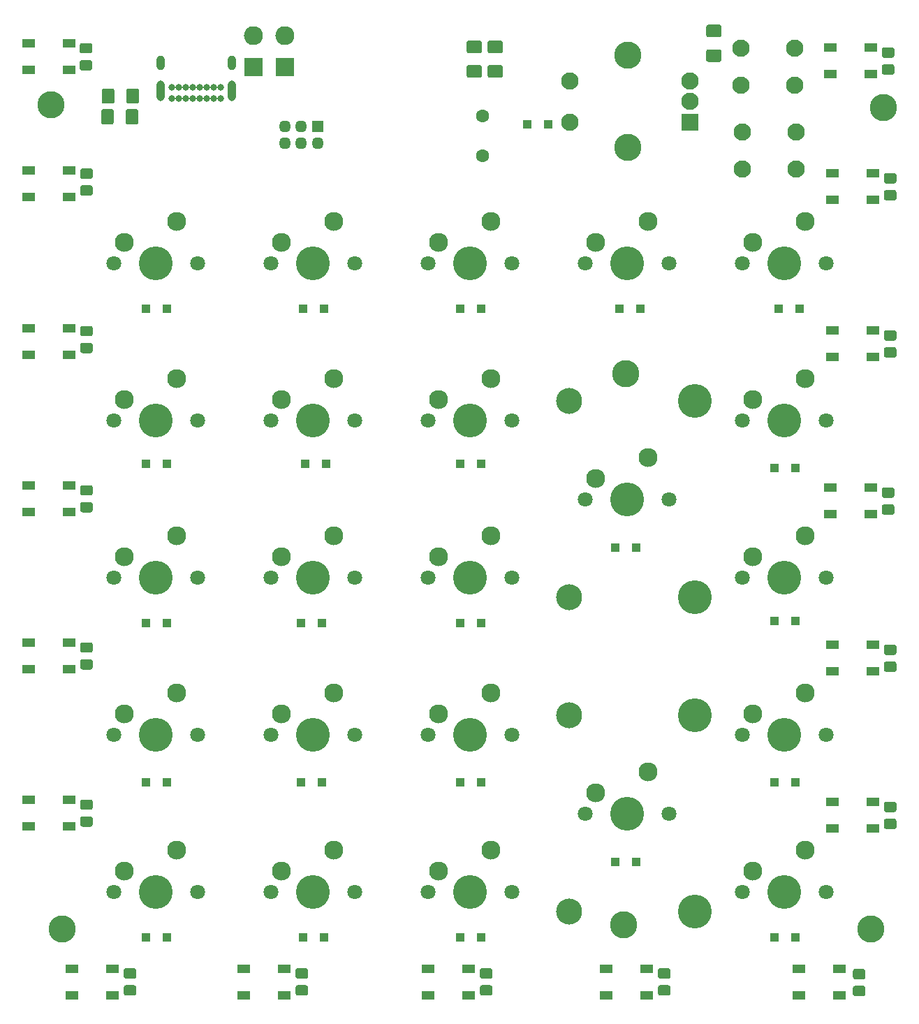
<source format=gbr>
%TF.GenerationSoftware,KiCad,Pcbnew,(5.1.0)-1*%
%TF.CreationDate,2020-09-26T21:32:43-04:00*%
%TF.ProjectId,BadgersHollowSchematic,42616467-6572-4734-986f-6c6c6f775363,rev?*%
%TF.SameCoordinates,Original*%
%TF.FileFunction,Soldermask,Bot*%
%TF.FilePolarity,Negative*%
%FSLAX46Y46*%
G04 Gerber Fmt 4.6, Leading zero omitted, Abs format (unit mm)*
G04 Created by KiCad (PCBNEW (5.1.0)-1) date 2020-09-26 21:32:43*
%MOMM*%
%LPD*%
G04 APERTURE LIST*
%ADD10C,1.800000*%
%ADD11C,4.100000*%
%ADD12C,2.300000*%
%ADD13C,3.300000*%
%ADD14C,1.600000*%
%ADD15R,2.100000X2.100000*%
%ADD16C,2.100000*%
%ADD17C,3.150000*%
%ADD18C,0.100000*%
%ADD19C,1.525000*%
%ADD20O,1.450000X1.450000*%
%ADD21R,1.450000X1.450000*%
%ADD22O,1.000000X1.800000*%
%ADD23O,1.000000X2.500000*%
%ADD24C,0.800000*%
%ADD25R,1.600000X1.100000*%
%ADD26R,1.100000X1.100000*%
%ADD27O,2.300000X2.300000*%
%ADD28R,2.300000X2.300000*%
%ADD29C,1.250000*%
G04 APERTURE END LIST*
D10*
%TO.C,SW5*%
X88265000Y-59055000D03*
X78105000Y-59055000D03*
D11*
X83185000Y-59055000D03*
D12*
X79375000Y-56515000D03*
X85725000Y-53975000D03*
%TD*%
D10*
%TO.C,SW23*%
X50165000Y-135255000D03*
X40005000Y-135255000D03*
D11*
X45085000Y-135255000D03*
D12*
X41275000Y-132715000D03*
X47625000Y-130175000D03*
%TD*%
D13*
%TO.C,REF\002A\002A*%
X32430720Y-39847520D03*
%TD*%
%TO.C,REF\002A\002A*%
X102108000Y-72390000D03*
%TD*%
%TO.C,REF\002A\002A*%
X33782000Y-139700000D03*
%TD*%
%TO.C,REF\002A\002A*%
X101854000Y-139192000D03*
%TD*%
%TO.C,REF\002A\002A*%
X131826000Y-139700000D03*
%TD*%
%TO.C,REF\002A\002A*%
X133350000Y-40132000D03*
%TD*%
D14*
%TO.C,Y1*%
X84764880Y-46033080D03*
X84764880Y-41153080D03*
%TD*%
D15*
%TO.C,SW27*%
X109855000Y-41910000D03*
D16*
X109855000Y-39410000D03*
X109855000Y-36910000D03*
D13*
X102355000Y-45010000D03*
X102355000Y-33810000D03*
D16*
X95355000Y-41910000D03*
X95355000Y-36910000D03*
%TD*%
D10*
%TO.C,SW26*%
X126365000Y-135255000D03*
X116205000Y-135255000D03*
D11*
X121285000Y-135255000D03*
D12*
X117475000Y-132715000D03*
X123825000Y-130175000D03*
%TD*%
D10*
%TO.C,SW25*%
X88265000Y-135255000D03*
X78105000Y-135255000D03*
D11*
X83185000Y-135255000D03*
D12*
X79375000Y-132715000D03*
X85725000Y-130175000D03*
%TD*%
D10*
%TO.C,SW24*%
X69215000Y-135255000D03*
X59055000Y-135255000D03*
D11*
X64135000Y-135255000D03*
D12*
X60325000Y-132715000D03*
X66675000Y-130175000D03*
%TD*%
D10*
%TO.C,SW22*%
X126365000Y-116205000D03*
X116205000Y-116205000D03*
D11*
X121285000Y-116205000D03*
D12*
X117475000Y-113665000D03*
X123825000Y-111125000D03*
%TD*%
D17*
%TO.C,SW21*%
X95235000Y-113830000D03*
X95235000Y-137630000D03*
D11*
X110475000Y-137630000D03*
X110475000Y-113830000D03*
D10*
X107315000Y-125730000D03*
X97155000Y-125730000D03*
D11*
X102235000Y-125730000D03*
D12*
X98425000Y-123190000D03*
X104775000Y-120650000D03*
%TD*%
D10*
%TO.C,SW20*%
X88265000Y-116205000D03*
X78105000Y-116205000D03*
D11*
X83185000Y-116205000D03*
D12*
X79375000Y-113665000D03*
X85725000Y-111125000D03*
%TD*%
D10*
%TO.C,SW19*%
X69215000Y-116205000D03*
X59055000Y-116205000D03*
D11*
X64135000Y-116205000D03*
D12*
X60325000Y-113665000D03*
X66675000Y-111125000D03*
%TD*%
D10*
%TO.C,SW18*%
X50165000Y-116205000D03*
X40005000Y-116205000D03*
D11*
X45085000Y-116205000D03*
D12*
X41275000Y-113665000D03*
X47625000Y-111125000D03*
%TD*%
D10*
%TO.C,SW17*%
X126365000Y-97155000D03*
X116205000Y-97155000D03*
D11*
X121285000Y-97155000D03*
D12*
X117475000Y-94615000D03*
X123825000Y-92075000D03*
%TD*%
D10*
%TO.C,SW15*%
X88265000Y-97155000D03*
X78105000Y-97155000D03*
D11*
X83185000Y-97155000D03*
D12*
X79375000Y-94615000D03*
X85725000Y-92075000D03*
%TD*%
D10*
%TO.C,SW14*%
X69215000Y-97155000D03*
X59055000Y-97155000D03*
D11*
X64135000Y-97155000D03*
D12*
X60325000Y-94615000D03*
X66675000Y-92075000D03*
%TD*%
D10*
%TO.C,SW13*%
X50165000Y-97155000D03*
X40005000Y-97155000D03*
D11*
X45085000Y-97155000D03*
D12*
X41275000Y-94615000D03*
X47625000Y-92075000D03*
%TD*%
D10*
%TO.C,SW12*%
X126365000Y-78105000D03*
X116205000Y-78105000D03*
D11*
X121285000Y-78105000D03*
D12*
X117475000Y-75565000D03*
X123825000Y-73025000D03*
%TD*%
D17*
%TO.C,SW11*%
X95235000Y-75730000D03*
X95235000Y-99530000D03*
D11*
X110475000Y-99530000D03*
X110475000Y-75730000D03*
D10*
X107315000Y-87630000D03*
X97155000Y-87630000D03*
D11*
X102235000Y-87630000D03*
D12*
X98425000Y-85090000D03*
X104775000Y-82550000D03*
%TD*%
D10*
%TO.C,SW10*%
X88265000Y-78105000D03*
X78105000Y-78105000D03*
D11*
X83185000Y-78105000D03*
D12*
X79375000Y-75565000D03*
X85725000Y-73025000D03*
%TD*%
D10*
%TO.C,SW9*%
X69215000Y-78105000D03*
X59055000Y-78105000D03*
D11*
X64135000Y-78105000D03*
D12*
X60325000Y-75565000D03*
X66675000Y-73025000D03*
%TD*%
D10*
%TO.C,SW8*%
X50165000Y-78105000D03*
X40005000Y-78105000D03*
D11*
X45085000Y-78105000D03*
D12*
X41275000Y-75565000D03*
X47625000Y-73025000D03*
%TD*%
D10*
%TO.C,SW7*%
X126365000Y-59055000D03*
X116205000Y-59055000D03*
D11*
X121285000Y-59055000D03*
D12*
X117475000Y-56515000D03*
X123825000Y-53975000D03*
%TD*%
D10*
%TO.C,SW6*%
X107315000Y-59055000D03*
X97155000Y-59055000D03*
D11*
X102235000Y-59055000D03*
D12*
X98425000Y-56515000D03*
X104775000Y-53975000D03*
%TD*%
D10*
%TO.C,SW4*%
X69215000Y-59055000D03*
X59055000Y-59055000D03*
D11*
X64135000Y-59055000D03*
D12*
X60325000Y-56515000D03*
X66675000Y-53975000D03*
%TD*%
D10*
%TO.C,SW3*%
X50165000Y-59055000D03*
X40005000Y-59055000D03*
D11*
X45085000Y-59055000D03*
D12*
X41275000Y-56515000D03*
X47625000Y-53975000D03*
%TD*%
D16*
%TO.C,SW2*%
X116248040Y-47599600D03*
X116248040Y-43099600D03*
X122748040Y-47599600D03*
X122748040Y-43099600D03*
%TD*%
%TO.C,SW1*%
X116070240Y-37475160D03*
X116070240Y-32975160D03*
X122570240Y-37475160D03*
X122570240Y-32975160D03*
%TD*%
D18*
%TO.C,R3*%
G36*
X42831560Y-37841768D02*
G01*
X42857531Y-37845621D01*
X42883000Y-37852000D01*
X42907721Y-37860846D01*
X42931455Y-37872071D01*
X42953975Y-37885569D01*
X42975064Y-37901210D01*
X42994518Y-37918842D01*
X43012150Y-37938296D01*
X43027791Y-37959385D01*
X43041289Y-37981905D01*
X43052514Y-38005639D01*
X43061360Y-38030360D01*
X43067739Y-38055829D01*
X43071592Y-38081800D01*
X43072880Y-38108024D01*
X43072880Y-39422936D01*
X43071592Y-39449160D01*
X43067739Y-39475131D01*
X43061360Y-39500600D01*
X43052514Y-39525321D01*
X43041289Y-39549055D01*
X43027791Y-39571575D01*
X43012150Y-39592664D01*
X42994518Y-39612118D01*
X42975064Y-39629750D01*
X42953975Y-39645391D01*
X42931455Y-39658889D01*
X42907721Y-39670114D01*
X42883000Y-39678960D01*
X42857531Y-39685339D01*
X42831560Y-39689192D01*
X42805336Y-39690480D01*
X41815424Y-39690480D01*
X41789200Y-39689192D01*
X41763229Y-39685339D01*
X41737760Y-39678960D01*
X41713039Y-39670114D01*
X41689305Y-39658889D01*
X41666785Y-39645391D01*
X41645696Y-39629750D01*
X41626242Y-39612118D01*
X41608610Y-39592664D01*
X41592969Y-39571575D01*
X41579471Y-39549055D01*
X41568246Y-39525321D01*
X41559400Y-39500600D01*
X41553021Y-39475131D01*
X41549168Y-39449160D01*
X41547880Y-39422936D01*
X41547880Y-38108024D01*
X41549168Y-38081800D01*
X41553021Y-38055829D01*
X41559400Y-38030360D01*
X41568246Y-38005639D01*
X41579471Y-37981905D01*
X41592969Y-37959385D01*
X41608610Y-37938296D01*
X41626242Y-37918842D01*
X41645696Y-37901210D01*
X41666785Y-37885569D01*
X41689305Y-37872071D01*
X41713039Y-37860846D01*
X41737760Y-37852000D01*
X41763229Y-37845621D01*
X41789200Y-37841768D01*
X41815424Y-37840480D01*
X42805336Y-37840480D01*
X42831560Y-37841768D01*
X42831560Y-37841768D01*
G37*
D19*
X42310380Y-38765480D03*
D18*
G36*
X39856560Y-37841768D02*
G01*
X39882531Y-37845621D01*
X39908000Y-37852000D01*
X39932721Y-37860846D01*
X39956455Y-37872071D01*
X39978975Y-37885569D01*
X40000064Y-37901210D01*
X40019518Y-37918842D01*
X40037150Y-37938296D01*
X40052791Y-37959385D01*
X40066289Y-37981905D01*
X40077514Y-38005639D01*
X40086360Y-38030360D01*
X40092739Y-38055829D01*
X40096592Y-38081800D01*
X40097880Y-38108024D01*
X40097880Y-39422936D01*
X40096592Y-39449160D01*
X40092739Y-39475131D01*
X40086360Y-39500600D01*
X40077514Y-39525321D01*
X40066289Y-39549055D01*
X40052791Y-39571575D01*
X40037150Y-39592664D01*
X40019518Y-39612118D01*
X40000064Y-39629750D01*
X39978975Y-39645391D01*
X39956455Y-39658889D01*
X39932721Y-39670114D01*
X39908000Y-39678960D01*
X39882531Y-39685339D01*
X39856560Y-39689192D01*
X39830336Y-39690480D01*
X38840424Y-39690480D01*
X38814200Y-39689192D01*
X38788229Y-39685339D01*
X38762760Y-39678960D01*
X38738039Y-39670114D01*
X38714305Y-39658889D01*
X38691785Y-39645391D01*
X38670696Y-39629750D01*
X38651242Y-39612118D01*
X38633610Y-39592664D01*
X38617969Y-39571575D01*
X38604471Y-39549055D01*
X38593246Y-39525321D01*
X38584400Y-39500600D01*
X38578021Y-39475131D01*
X38574168Y-39449160D01*
X38572880Y-39422936D01*
X38572880Y-38108024D01*
X38574168Y-38081800D01*
X38578021Y-38055829D01*
X38584400Y-38030360D01*
X38593246Y-38005639D01*
X38604471Y-37981905D01*
X38617969Y-37959385D01*
X38633610Y-37938296D01*
X38651242Y-37918842D01*
X38670696Y-37901210D01*
X38691785Y-37885569D01*
X38714305Y-37872071D01*
X38738039Y-37860846D01*
X38762760Y-37852000D01*
X38788229Y-37845621D01*
X38814200Y-37841768D01*
X38840424Y-37840480D01*
X39830336Y-37840480D01*
X39856560Y-37841768D01*
X39856560Y-37841768D01*
G37*
D19*
X39335380Y-38765480D03*
%TD*%
D18*
%TO.C,R2*%
G36*
X42754420Y-40346208D02*
G01*
X42780391Y-40350061D01*
X42805860Y-40356440D01*
X42830581Y-40365286D01*
X42854315Y-40376511D01*
X42876835Y-40390009D01*
X42897924Y-40405650D01*
X42917378Y-40423282D01*
X42935010Y-40442736D01*
X42950651Y-40463825D01*
X42964149Y-40486345D01*
X42975374Y-40510079D01*
X42984220Y-40534800D01*
X42990599Y-40560269D01*
X42994452Y-40586240D01*
X42995740Y-40612464D01*
X42995740Y-41927376D01*
X42994452Y-41953600D01*
X42990599Y-41979571D01*
X42984220Y-42005040D01*
X42975374Y-42029761D01*
X42964149Y-42053495D01*
X42950651Y-42076015D01*
X42935010Y-42097104D01*
X42917378Y-42116558D01*
X42897924Y-42134190D01*
X42876835Y-42149831D01*
X42854315Y-42163329D01*
X42830581Y-42174554D01*
X42805860Y-42183400D01*
X42780391Y-42189779D01*
X42754420Y-42193632D01*
X42728196Y-42194920D01*
X41738284Y-42194920D01*
X41712060Y-42193632D01*
X41686089Y-42189779D01*
X41660620Y-42183400D01*
X41635899Y-42174554D01*
X41612165Y-42163329D01*
X41589645Y-42149831D01*
X41568556Y-42134190D01*
X41549102Y-42116558D01*
X41531470Y-42097104D01*
X41515829Y-42076015D01*
X41502331Y-42053495D01*
X41491106Y-42029761D01*
X41482260Y-42005040D01*
X41475881Y-41979571D01*
X41472028Y-41953600D01*
X41470740Y-41927376D01*
X41470740Y-40612464D01*
X41472028Y-40586240D01*
X41475881Y-40560269D01*
X41482260Y-40534800D01*
X41491106Y-40510079D01*
X41502331Y-40486345D01*
X41515829Y-40463825D01*
X41531470Y-40442736D01*
X41549102Y-40423282D01*
X41568556Y-40405650D01*
X41589645Y-40390009D01*
X41612165Y-40376511D01*
X41635899Y-40365286D01*
X41660620Y-40356440D01*
X41686089Y-40350061D01*
X41712060Y-40346208D01*
X41738284Y-40344920D01*
X42728196Y-40344920D01*
X42754420Y-40346208D01*
X42754420Y-40346208D01*
G37*
D19*
X42233240Y-41269920D03*
D18*
G36*
X39779420Y-40346208D02*
G01*
X39805391Y-40350061D01*
X39830860Y-40356440D01*
X39855581Y-40365286D01*
X39879315Y-40376511D01*
X39901835Y-40390009D01*
X39922924Y-40405650D01*
X39942378Y-40423282D01*
X39960010Y-40442736D01*
X39975651Y-40463825D01*
X39989149Y-40486345D01*
X40000374Y-40510079D01*
X40009220Y-40534800D01*
X40015599Y-40560269D01*
X40019452Y-40586240D01*
X40020740Y-40612464D01*
X40020740Y-41927376D01*
X40019452Y-41953600D01*
X40015599Y-41979571D01*
X40009220Y-42005040D01*
X40000374Y-42029761D01*
X39989149Y-42053495D01*
X39975651Y-42076015D01*
X39960010Y-42097104D01*
X39942378Y-42116558D01*
X39922924Y-42134190D01*
X39901835Y-42149831D01*
X39879315Y-42163329D01*
X39855581Y-42174554D01*
X39830860Y-42183400D01*
X39805391Y-42189779D01*
X39779420Y-42193632D01*
X39753196Y-42194920D01*
X38763284Y-42194920D01*
X38737060Y-42193632D01*
X38711089Y-42189779D01*
X38685620Y-42183400D01*
X38660899Y-42174554D01*
X38637165Y-42163329D01*
X38614645Y-42149831D01*
X38593556Y-42134190D01*
X38574102Y-42116558D01*
X38556470Y-42097104D01*
X38540829Y-42076015D01*
X38527331Y-42053495D01*
X38516106Y-42029761D01*
X38507260Y-42005040D01*
X38500881Y-41979571D01*
X38497028Y-41953600D01*
X38495740Y-41927376D01*
X38495740Y-40612464D01*
X38497028Y-40586240D01*
X38500881Y-40560269D01*
X38507260Y-40534800D01*
X38516106Y-40510079D01*
X38527331Y-40486345D01*
X38540829Y-40463825D01*
X38556470Y-40442736D01*
X38574102Y-40423282D01*
X38593556Y-40405650D01*
X38614645Y-40390009D01*
X38637165Y-40376511D01*
X38660899Y-40365286D01*
X38685620Y-40356440D01*
X38711089Y-40350061D01*
X38737060Y-40346208D01*
X38763284Y-40344920D01*
X39753196Y-40344920D01*
X39779420Y-40346208D01*
X39779420Y-40346208D01*
G37*
D19*
X39258240Y-41269920D03*
%TD*%
D18*
%TO.C,R1*%
G36*
X113464760Y-33096048D02*
G01*
X113490731Y-33099901D01*
X113516200Y-33106280D01*
X113540921Y-33115126D01*
X113564655Y-33126351D01*
X113587175Y-33139849D01*
X113608264Y-33155490D01*
X113627718Y-33173122D01*
X113645350Y-33192576D01*
X113660991Y-33213665D01*
X113674489Y-33236185D01*
X113685714Y-33259919D01*
X113694560Y-33284640D01*
X113700939Y-33310109D01*
X113704792Y-33336080D01*
X113706080Y-33362304D01*
X113706080Y-34352216D01*
X113704792Y-34378440D01*
X113700939Y-34404411D01*
X113694560Y-34429880D01*
X113685714Y-34454601D01*
X113674489Y-34478335D01*
X113660991Y-34500855D01*
X113645350Y-34521944D01*
X113627718Y-34541398D01*
X113608264Y-34559030D01*
X113587175Y-34574671D01*
X113564655Y-34588169D01*
X113540921Y-34599394D01*
X113516200Y-34608240D01*
X113490731Y-34614619D01*
X113464760Y-34618472D01*
X113438536Y-34619760D01*
X112123624Y-34619760D01*
X112097400Y-34618472D01*
X112071429Y-34614619D01*
X112045960Y-34608240D01*
X112021239Y-34599394D01*
X111997505Y-34588169D01*
X111974985Y-34574671D01*
X111953896Y-34559030D01*
X111934442Y-34541398D01*
X111916810Y-34521944D01*
X111901169Y-34500855D01*
X111887671Y-34478335D01*
X111876446Y-34454601D01*
X111867600Y-34429880D01*
X111861221Y-34404411D01*
X111857368Y-34378440D01*
X111856080Y-34352216D01*
X111856080Y-33362304D01*
X111857368Y-33336080D01*
X111861221Y-33310109D01*
X111867600Y-33284640D01*
X111876446Y-33259919D01*
X111887671Y-33236185D01*
X111901169Y-33213665D01*
X111916810Y-33192576D01*
X111934442Y-33173122D01*
X111953896Y-33155490D01*
X111974985Y-33139849D01*
X111997505Y-33126351D01*
X112021239Y-33115126D01*
X112045960Y-33106280D01*
X112071429Y-33099901D01*
X112097400Y-33096048D01*
X112123624Y-33094760D01*
X113438536Y-33094760D01*
X113464760Y-33096048D01*
X113464760Y-33096048D01*
G37*
D19*
X112781080Y-33857260D03*
D18*
G36*
X113464760Y-30121048D02*
G01*
X113490731Y-30124901D01*
X113516200Y-30131280D01*
X113540921Y-30140126D01*
X113564655Y-30151351D01*
X113587175Y-30164849D01*
X113608264Y-30180490D01*
X113627718Y-30198122D01*
X113645350Y-30217576D01*
X113660991Y-30238665D01*
X113674489Y-30261185D01*
X113685714Y-30284919D01*
X113694560Y-30309640D01*
X113700939Y-30335109D01*
X113704792Y-30361080D01*
X113706080Y-30387304D01*
X113706080Y-31377216D01*
X113704792Y-31403440D01*
X113700939Y-31429411D01*
X113694560Y-31454880D01*
X113685714Y-31479601D01*
X113674489Y-31503335D01*
X113660991Y-31525855D01*
X113645350Y-31546944D01*
X113627718Y-31566398D01*
X113608264Y-31584030D01*
X113587175Y-31599671D01*
X113564655Y-31613169D01*
X113540921Y-31624394D01*
X113516200Y-31633240D01*
X113490731Y-31639619D01*
X113464760Y-31643472D01*
X113438536Y-31644760D01*
X112123624Y-31644760D01*
X112097400Y-31643472D01*
X112071429Y-31639619D01*
X112045960Y-31633240D01*
X112021239Y-31624394D01*
X111997505Y-31613169D01*
X111974985Y-31599671D01*
X111953896Y-31584030D01*
X111934442Y-31566398D01*
X111916810Y-31546944D01*
X111901169Y-31525855D01*
X111887671Y-31503335D01*
X111876446Y-31479601D01*
X111867600Y-31454880D01*
X111861221Y-31429411D01*
X111857368Y-31403440D01*
X111856080Y-31377216D01*
X111856080Y-30387304D01*
X111857368Y-30361080D01*
X111861221Y-30335109D01*
X111867600Y-30309640D01*
X111876446Y-30284919D01*
X111887671Y-30261185D01*
X111901169Y-30238665D01*
X111916810Y-30217576D01*
X111934442Y-30198122D01*
X111953896Y-30180490D01*
X111974985Y-30164849D01*
X111997505Y-30151351D01*
X112021239Y-30140126D01*
X112045960Y-30131280D01*
X112071429Y-30124901D01*
X112097400Y-30121048D01*
X112123624Y-30119760D01*
X113438536Y-30119760D01*
X113464760Y-30121048D01*
X113464760Y-30121048D01*
G37*
D19*
X112781080Y-30882260D03*
%TD*%
D20*
%TO.C,J2*%
X60759840Y-44443400D03*
X60759840Y-42443400D03*
X62759840Y-44443400D03*
X62759840Y-42443400D03*
X64759840Y-44443400D03*
D21*
X64759840Y-42443400D03*
%TD*%
D22*
%TO.C,J1*%
X45669160Y-34715360D03*
X54319160Y-34715360D03*
D23*
X45669160Y-38095360D03*
X54319160Y-38095360D03*
D24*
X49569160Y-37725360D03*
X47019160Y-37725360D03*
X47869160Y-37725360D03*
X48719160Y-37725360D03*
X52969160Y-37725360D03*
X51269160Y-37725360D03*
X50419160Y-37725360D03*
X52119160Y-37725360D03*
X47019160Y-39075360D03*
X47869160Y-39075360D03*
X48719160Y-39075360D03*
X49569160Y-39075360D03*
X50419160Y-39075360D03*
X51269160Y-39075360D03*
X52119160Y-39075360D03*
X52969160Y-39075360D03*
%TD*%
D25*
%TO.C,D45*%
X131781720Y-32913520D03*
X131781720Y-36113520D03*
X126881720Y-32913520D03*
X126881720Y-36113520D03*
%TD*%
%TO.C,D44*%
X132035720Y-48153520D03*
X132035720Y-51353520D03*
X127135720Y-48153520D03*
X127135720Y-51353520D03*
%TD*%
%TO.C,D43*%
X132035720Y-67203520D03*
X132035720Y-70403520D03*
X127135720Y-67203520D03*
X127135720Y-70403520D03*
%TD*%
%TO.C,D42*%
X131781720Y-86253520D03*
X131781720Y-89453520D03*
X126881720Y-86253520D03*
X126881720Y-89453520D03*
%TD*%
%TO.C,D41*%
X132035720Y-105303520D03*
X132035720Y-108503520D03*
X127135720Y-105303520D03*
X127135720Y-108503520D03*
%TD*%
%TO.C,D40*%
X132035720Y-124353520D03*
X132035720Y-127553520D03*
X127135720Y-124353520D03*
X127135720Y-127553520D03*
%TD*%
%TO.C,D39*%
X128007280Y-144536360D03*
X128007280Y-147736360D03*
X123107280Y-144536360D03*
X123107280Y-147736360D03*
%TD*%
%TO.C,D38*%
X104639280Y-144536360D03*
X104639280Y-147736360D03*
X99739280Y-144536360D03*
X99739280Y-147736360D03*
%TD*%
%TO.C,D37*%
X83049280Y-144536360D03*
X83049280Y-147736360D03*
X78149280Y-144536360D03*
X78149280Y-147736360D03*
%TD*%
%TO.C,D36*%
X60697280Y-144536360D03*
X60697280Y-147736360D03*
X55797280Y-144536360D03*
X55797280Y-147736360D03*
%TD*%
%TO.C,D35*%
X39869280Y-144536360D03*
X39869280Y-147736360D03*
X34969280Y-144536360D03*
X34969280Y-147736360D03*
%TD*%
%TO.C,D34*%
X34586080Y-124074120D03*
X34586080Y-127274120D03*
X29686080Y-124074120D03*
X29686080Y-127274120D03*
%TD*%
%TO.C,D33*%
X34586080Y-105024120D03*
X34586080Y-108224120D03*
X29686080Y-105024120D03*
X29686080Y-108224120D03*
%TD*%
%TO.C,D32*%
X34586080Y-85974120D03*
X34586080Y-89174120D03*
X29686080Y-85974120D03*
X29686080Y-89174120D03*
%TD*%
%TO.C,D31*%
X34586080Y-66924120D03*
X34586080Y-70124120D03*
X29686080Y-66924120D03*
X29686080Y-70124120D03*
%TD*%
%TO.C,D30*%
X34586080Y-47798120D03*
X34586080Y-50998120D03*
X29686080Y-47798120D03*
X29686080Y-50998120D03*
%TD*%
%TO.C,D29*%
X34586080Y-32380120D03*
X34586080Y-35580120D03*
X29686080Y-32380120D03*
X29686080Y-35580120D03*
%TD*%
D26*
%TO.C,D28*%
X92690000Y-42164000D03*
X90190000Y-42164000D03*
%TD*%
%TO.C,D27*%
X122662000Y-140716000D03*
X120162000Y-140716000D03*
%TD*%
%TO.C,D26*%
X84562000Y-140716000D03*
X82062000Y-140716000D03*
%TD*%
%TO.C,D25*%
X65492000Y-140716000D03*
X62992000Y-140716000D03*
%TD*%
%TO.C,D24*%
X46462000Y-140716000D03*
X43962000Y-140716000D03*
%TD*%
%TO.C,D23*%
X122662000Y-121920000D03*
X120162000Y-121920000D03*
%TD*%
%TO.C,D22*%
X103358000Y-131572000D03*
X100858000Y-131572000D03*
%TD*%
%TO.C,D21*%
X84562000Y-121920000D03*
X82062000Y-121920000D03*
%TD*%
%TO.C,D20*%
X65258000Y-121920000D03*
X62758000Y-121920000D03*
%TD*%
%TO.C,D19*%
X46462000Y-121920000D03*
X43962000Y-121920000D03*
%TD*%
%TO.C,D18*%
X122662000Y-102404000D03*
X120162000Y-102404000D03*
%TD*%
%TO.C,D16*%
X84562000Y-102616000D03*
X82062000Y-102616000D03*
%TD*%
%TO.C,D15*%
X65258000Y-102616000D03*
X62758000Y-102616000D03*
%TD*%
%TO.C,D14*%
X46462000Y-102616000D03*
X43962000Y-102616000D03*
%TD*%
%TO.C,D13*%
X122662000Y-83820000D03*
X120162000Y-83820000D03*
%TD*%
%TO.C,D12*%
X103358000Y-93472000D03*
X100858000Y-93472000D03*
%TD*%
%TO.C,D11*%
X84562000Y-83312000D03*
X82062000Y-83312000D03*
%TD*%
%TO.C,D10*%
X65766000Y-83312000D03*
X63266000Y-83312000D03*
%TD*%
%TO.C,D9*%
X46462000Y-83312000D03*
X43962000Y-83312000D03*
%TD*%
%TO.C,D8*%
X123170000Y-64516000D03*
X120670000Y-64516000D03*
%TD*%
%TO.C,D7*%
X103866000Y-64516000D03*
X101366000Y-64516000D03*
%TD*%
%TO.C,D6*%
X84562000Y-64516000D03*
X82062000Y-64516000D03*
%TD*%
%TO.C,D5*%
X65492000Y-64516000D03*
X62992000Y-64516000D03*
%TD*%
%TO.C,D4*%
X46462000Y-64516000D03*
X43962000Y-64516000D03*
%TD*%
D27*
%TO.C,D2*%
X60741560Y-31424880D03*
D28*
X60741560Y-35234880D03*
%TD*%
D27*
%TO.C,D1*%
X56931560Y-31424880D03*
D28*
X56931560Y-35234880D03*
%TD*%
D18*
%TO.C,C27*%
G36*
X134662617Y-50154828D02*
G01*
X134688995Y-50158741D01*
X134714863Y-50165221D01*
X134739972Y-50174205D01*
X134764078Y-50185606D01*
X134786952Y-50199316D01*
X134808371Y-50215202D01*
X134828130Y-50233110D01*
X134846038Y-50252869D01*
X134861924Y-50274288D01*
X134875634Y-50297162D01*
X134887035Y-50321268D01*
X134896019Y-50346377D01*
X134902499Y-50372245D01*
X134906412Y-50398623D01*
X134907720Y-50425258D01*
X134907720Y-51131782D01*
X134906412Y-51158417D01*
X134902499Y-51184795D01*
X134896019Y-51210663D01*
X134887035Y-51235772D01*
X134875634Y-51259878D01*
X134861924Y-51282752D01*
X134846038Y-51304171D01*
X134828130Y-51323930D01*
X134808371Y-51341838D01*
X134786952Y-51357724D01*
X134764078Y-51371434D01*
X134739972Y-51382835D01*
X134714863Y-51391819D01*
X134688995Y-51398299D01*
X134662617Y-51402212D01*
X134635982Y-51403520D01*
X133679458Y-51403520D01*
X133652823Y-51402212D01*
X133626445Y-51398299D01*
X133600577Y-51391819D01*
X133575468Y-51382835D01*
X133551362Y-51371434D01*
X133528488Y-51357724D01*
X133507069Y-51341838D01*
X133487310Y-51323930D01*
X133469402Y-51304171D01*
X133453516Y-51282752D01*
X133439806Y-51259878D01*
X133428405Y-51235772D01*
X133419421Y-51210663D01*
X133412941Y-51184795D01*
X133409028Y-51158417D01*
X133407720Y-51131782D01*
X133407720Y-50425258D01*
X133409028Y-50398623D01*
X133412941Y-50372245D01*
X133419421Y-50346377D01*
X133428405Y-50321268D01*
X133439806Y-50297162D01*
X133453516Y-50274288D01*
X133469402Y-50252869D01*
X133487310Y-50233110D01*
X133507069Y-50215202D01*
X133528488Y-50199316D01*
X133551362Y-50185606D01*
X133575468Y-50174205D01*
X133600577Y-50165221D01*
X133626445Y-50158741D01*
X133652823Y-50154828D01*
X133679458Y-50153520D01*
X134635982Y-50153520D01*
X134662617Y-50154828D01*
X134662617Y-50154828D01*
G37*
D29*
X134157720Y-50778520D03*
D18*
G36*
X134662617Y-48104828D02*
G01*
X134688995Y-48108741D01*
X134714863Y-48115221D01*
X134739972Y-48124205D01*
X134764078Y-48135606D01*
X134786952Y-48149316D01*
X134808371Y-48165202D01*
X134828130Y-48183110D01*
X134846038Y-48202869D01*
X134861924Y-48224288D01*
X134875634Y-48247162D01*
X134887035Y-48271268D01*
X134896019Y-48296377D01*
X134902499Y-48322245D01*
X134906412Y-48348623D01*
X134907720Y-48375258D01*
X134907720Y-49081782D01*
X134906412Y-49108417D01*
X134902499Y-49134795D01*
X134896019Y-49160663D01*
X134887035Y-49185772D01*
X134875634Y-49209878D01*
X134861924Y-49232752D01*
X134846038Y-49254171D01*
X134828130Y-49273930D01*
X134808371Y-49291838D01*
X134786952Y-49307724D01*
X134764078Y-49321434D01*
X134739972Y-49332835D01*
X134714863Y-49341819D01*
X134688995Y-49348299D01*
X134662617Y-49352212D01*
X134635982Y-49353520D01*
X133679458Y-49353520D01*
X133652823Y-49352212D01*
X133626445Y-49348299D01*
X133600577Y-49341819D01*
X133575468Y-49332835D01*
X133551362Y-49321434D01*
X133528488Y-49307724D01*
X133507069Y-49291838D01*
X133487310Y-49273930D01*
X133469402Y-49254171D01*
X133453516Y-49232752D01*
X133439806Y-49209878D01*
X133428405Y-49185772D01*
X133419421Y-49160663D01*
X133412941Y-49134795D01*
X133409028Y-49108417D01*
X133407720Y-49081782D01*
X133407720Y-48375258D01*
X133409028Y-48348623D01*
X133412941Y-48322245D01*
X133419421Y-48296377D01*
X133428405Y-48271268D01*
X133439806Y-48247162D01*
X133453516Y-48224288D01*
X133469402Y-48202869D01*
X133487310Y-48183110D01*
X133507069Y-48165202D01*
X133528488Y-48149316D01*
X133551362Y-48135606D01*
X133575468Y-48124205D01*
X133600577Y-48115221D01*
X133626445Y-48108741D01*
X133652823Y-48104828D01*
X133679458Y-48103520D01*
X134635982Y-48103520D01*
X134662617Y-48104828D01*
X134662617Y-48104828D01*
G37*
D29*
X134157720Y-48728520D03*
%TD*%
D18*
%TO.C,C26*%
G36*
X63324177Y-146537668D02*
G01*
X63350555Y-146541581D01*
X63376423Y-146548061D01*
X63401532Y-146557045D01*
X63425638Y-146568446D01*
X63448512Y-146582156D01*
X63469931Y-146598042D01*
X63489690Y-146615950D01*
X63507598Y-146635709D01*
X63523484Y-146657128D01*
X63537194Y-146680002D01*
X63548595Y-146704108D01*
X63557579Y-146729217D01*
X63564059Y-146755085D01*
X63567972Y-146781463D01*
X63569280Y-146808098D01*
X63569280Y-147514622D01*
X63567972Y-147541257D01*
X63564059Y-147567635D01*
X63557579Y-147593503D01*
X63548595Y-147618612D01*
X63537194Y-147642718D01*
X63523484Y-147665592D01*
X63507598Y-147687011D01*
X63489690Y-147706770D01*
X63469931Y-147724678D01*
X63448512Y-147740564D01*
X63425638Y-147754274D01*
X63401532Y-147765675D01*
X63376423Y-147774659D01*
X63350555Y-147781139D01*
X63324177Y-147785052D01*
X63297542Y-147786360D01*
X62341018Y-147786360D01*
X62314383Y-147785052D01*
X62288005Y-147781139D01*
X62262137Y-147774659D01*
X62237028Y-147765675D01*
X62212922Y-147754274D01*
X62190048Y-147740564D01*
X62168629Y-147724678D01*
X62148870Y-147706770D01*
X62130962Y-147687011D01*
X62115076Y-147665592D01*
X62101366Y-147642718D01*
X62089965Y-147618612D01*
X62080981Y-147593503D01*
X62074501Y-147567635D01*
X62070588Y-147541257D01*
X62069280Y-147514622D01*
X62069280Y-146808098D01*
X62070588Y-146781463D01*
X62074501Y-146755085D01*
X62080981Y-146729217D01*
X62089965Y-146704108D01*
X62101366Y-146680002D01*
X62115076Y-146657128D01*
X62130962Y-146635709D01*
X62148870Y-146615950D01*
X62168629Y-146598042D01*
X62190048Y-146582156D01*
X62212922Y-146568446D01*
X62237028Y-146557045D01*
X62262137Y-146548061D01*
X62288005Y-146541581D01*
X62314383Y-146537668D01*
X62341018Y-146536360D01*
X63297542Y-146536360D01*
X63324177Y-146537668D01*
X63324177Y-146537668D01*
G37*
D29*
X62819280Y-147161360D03*
D18*
G36*
X63324177Y-144487668D02*
G01*
X63350555Y-144491581D01*
X63376423Y-144498061D01*
X63401532Y-144507045D01*
X63425638Y-144518446D01*
X63448512Y-144532156D01*
X63469931Y-144548042D01*
X63489690Y-144565950D01*
X63507598Y-144585709D01*
X63523484Y-144607128D01*
X63537194Y-144630002D01*
X63548595Y-144654108D01*
X63557579Y-144679217D01*
X63564059Y-144705085D01*
X63567972Y-144731463D01*
X63569280Y-144758098D01*
X63569280Y-145464622D01*
X63567972Y-145491257D01*
X63564059Y-145517635D01*
X63557579Y-145543503D01*
X63548595Y-145568612D01*
X63537194Y-145592718D01*
X63523484Y-145615592D01*
X63507598Y-145637011D01*
X63489690Y-145656770D01*
X63469931Y-145674678D01*
X63448512Y-145690564D01*
X63425638Y-145704274D01*
X63401532Y-145715675D01*
X63376423Y-145724659D01*
X63350555Y-145731139D01*
X63324177Y-145735052D01*
X63297542Y-145736360D01*
X62341018Y-145736360D01*
X62314383Y-145735052D01*
X62288005Y-145731139D01*
X62262137Y-145724659D01*
X62237028Y-145715675D01*
X62212922Y-145704274D01*
X62190048Y-145690564D01*
X62168629Y-145674678D01*
X62148870Y-145656770D01*
X62130962Y-145637011D01*
X62115076Y-145615592D01*
X62101366Y-145592718D01*
X62089965Y-145568612D01*
X62080981Y-145543503D01*
X62074501Y-145517635D01*
X62070588Y-145491257D01*
X62069280Y-145464622D01*
X62069280Y-144758098D01*
X62070588Y-144731463D01*
X62074501Y-144705085D01*
X62080981Y-144679217D01*
X62089965Y-144654108D01*
X62101366Y-144630002D01*
X62115076Y-144607128D01*
X62130962Y-144585709D01*
X62148870Y-144565950D01*
X62168629Y-144548042D01*
X62190048Y-144532156D01*
X62212922Y-144518446D01*
X62237028Y-144507045D01*
X62262137Y-144498061D01*
X62288005Y-144491581D01*
X62314383Y-144487668D01*
X62341018Y-144486360D01*
X63297542Y-144486360D01*
X63324177Y-144487668D01*
X63324177Y-144487668D01*
G37*
D29*
X62819280Y-145111360D03*
%TD*%
D18*
%TO.C,C24*%
G36*
X134662617Y-69204828D02*
G01*
X134688995Y-69208741D01*
X134714863Y-69215221D01*
X134739972Y-69224205D01*
X134764078Y-69235606D01*
X134786952Y-69249316D01*
X134808371Y-69265202D01*
X134828130Y-69283110D01*
X134846038Y-69302869D01*
X134861924Y-69324288D01*
X134875634Y-69347162D01*
X134887035Y-69371268D01*
X134896019Y-69396377D01*
X134902499Y-69422245D01*
X134906412Y-69448623D01*
X134907720Y-69475258D01*
X134907720Y-70181782D01*
X134906412Y-70208417D01*
X134902499Y-70234795D01*
X134896019Y-70260663D01*
X134887035Y-70285772D01*
X134875634Y-70309878D01*
X134861924Y-70332752D01*
X134846038Y-70354171D01*
X134828130Y-70373930D01*
X134808371Y-70391838D01*
X134786952Y-70407724D01*
X134764078Y-70421434D01*
X134739972Y-70432835D01*
X134714863Y-70441819D01*
X134688995Y-70448299D01*
X134662617Y-70452212D01*
X134635982Y-70453520D01*
X133679458Y-70453520D01*
X133652823Y-70452212D01*
X133626445Y-70448299D01*
X133600577Y-70441819D01*
X133575468Y-70432835D01*
X133551362Y-70421434D01*
X133528488Y-70407724D01*
X133507069Y-70391838D01*
X133487310Y-70373930D01*
X133469402Y-70354171D01*
X133453516Y-70332752D01*
X133439806Y-70309878D01*
X133428405Y-70285772D01*
X133419421Y-70260663D01*
X133412941Y-70234795D01*
X133409028Y-70208417D01*
X133407720Y-70181782D01*
X133407720Y-69475258D01*
X133409028Y-69448623D01*
X133412941Y-69422245D01*
X133419421Y-69396377D01*
X133428405Y-69371268D01*
X133439806Y-69347162D01*
X133453516Y-69324288D01*
X133469402Y-69302869D01*
X133487310Y-69283110D01*
X133507069Y-69265202D01*
X133528488Y-69249316D01*
X133551362Y-69235606D01*
X133575468Y-69224205D01*
X133600577Y-69215221D01*
X133626445Y-69208741D01*
X133652823Y-69204828D01*
X133679458Y-69203520D01*
X134635982Y-69203520D01*
X134662617Y-69204828D01*
X134662617Y-69204828D01*
G37*
D29*
X134157720Y-69828520D03*
D18*
G36*
X134662617Y-67154828D02*
G01*
X134688995Y-67158741D01*
X134714863Y-67165221D01*
X134739972Y-67174205D01*
X134764078Y-67185606D01*
X134786952Y-67199316D01*
X134808371Y-67215202D01*
X134828130Y-67233110D01*
X134846038Y-67252869D01*
X134861924Y-67274288D01*
X134875634Y-67297162D01*
X134887035Y-67321268D01*
X134896019Y-67346377D01*
X134902499Y-67372245D01*
X134906412Y-67398623D01*
X134907720Y-67425258D01*
X134907720Y-68131782D01*
X134906412Y-68158417D01*
X134902499Y-68184795D01*
X134896019Y-68210663D01*
X134887035Y-68235772D01*
X134875634Y-68259878D01*
X134861924Y-68282752D01*
X134846038Y-68304171D01*
X134828130Y-68323930D01*
X134808371Y-68341838D01*
X134786952Y-68357724D01*
X134764078Y-68371434D01*
X134739972Y-68382835D01*
X134714863Y-68391819D01*
X134688995Y-68398299D01*
X134662617Y-68402212D01*
X134635982Y-68403520D01*
X133679458Y-68403520D01*
X133652823Y-68402212D01*
X133626445Y-68398299D01*
X133600577Y-68391819D01*
X133575468Y-68382835D01*
X133551362Y-68371434D01*
X133528488Y-68357724D01*
X133507069Y-68341838D01*
X133487310Y-68323930D01*
X133469402Y-68304171D01*
X133453516Y-68282752D01*
X133439806Y-68259878D01*
X133428405Y-68235772D01*
X133419421Y-68210663D01*
X133412941Y-68184795D01*
X133409028Y-68158417D01*
X133407720Y-68131782D01*
X133407720Y-67425258D01*
X133409028Y-67398623D01*
X133412941Y-67372245D01*
X133419421Y-67346377D01*
X133428405Y-67321268D01*
X133439806Y-67297162D01*
X133453516Y-67274288D01*
X133469402Y-67252869D01*
X133487310Y-67233110D01*
X133507069Y-67215202D01*
X133528488Y-67199316D01*
X133551362Y-67185606D01*
X133575468Y-67174205D01*
X133600577Y-67165221D01*
X133626445Y-67158741D01*
X133652823Y-67154828D01*
X133679458Y-67153520D01*
X134635982Y-67153520D01*
X134662617Y-67154828D01*
X134662617Y-67154828D01*
G37*
D29*
X134157720Y-67778520D03*
%TD*%
D18*
%TO.C,C23*%
G36*
X42496177Y-146537668D02*
G01*
X42522555Y-146541581D01*
X42548423Y-146548061D01*
X42573532Y-146557045D01*
X42597638Y-146568446D01*
X42620512Y-146582156D01*
X42641931Y-146598042D01*
X42661690Y-146615950D01*
X42679598Y-146635709D01*
X42695484Y-146657128D01*
X42709194Y-146680002D01*
X42720595Y-146704108D01*
X42729579Y-146729217D01*
X42736059Y-146755085D01*
X42739972Y-146781463D01*
X42741280Y-146808098D01*
X42741280Y-147514622D01*
X42739972Y-147541257D01*
X42736059Y-147567635D01*
X42729579Y-147593503D01*
X42720595Y-147618612D01*
X42709194Y-147642718D01*
X42695484Y-147665592D01*
X42679598Y-147687011D01*
X42661690Y-147706770D01*
X42641931Y-147724678D01*
X42620512Y-147740564D01*
X42597638Y-147754274D01*
X42573532Y-147765675D01*
X42548423Y-147774659D01*
X42522555Y-147781139D01*
X42496177Y-147785052D01*
X42469542Y-147786360D01*
X41513018Y-147786360D01*
X41486383Y-147785052D01*
X41460005Y-147781139D01*
X41434137Y-147774659D01*
X41409028Y-147765675D01*
X41384922Y-147754274D01*
X41362048Y-147740564D01*
X41340629Y-147724678D01*
X41320870Y-147706770D01*
X41302962Y-147687011D01*
X41287076Y-147665592D01*
X41273366Y-147642718D01*
X41261965Y-147618612D01*
X41252981Y-147593503D01*
X41246501Y-147567635D01*
X41242588Y-147541257D01*
X41241280Y-147514622D01*
X41241280Y-146808098D01*
X41242588Y-146781463D01*
X41246501Y-146755085D01*
X41252981Y-146729217D01*
X41261965Y-146704108D01*
X41273366Y-146680002D01*
X41287076Y-146657128D01*
X41302962Y-146635709D01*
X41320870Y-146615950D01*
X41340629Y-146598042D01*
X41362048Y-146582156D01*
X41384922Y-146568446D01*
X41409028Y-146557045D01*
X41434137Y-146548061D01*
X41460005Y-146541581D01*
X41486383Y-146537668D01*
X41513018Y-146536360D01*
X42469542Y-146536360D01*
X42496177Y-146537668D01*
X42496177Y-146537668D01*
G37*
D29*
X41991280Y-147161360D03*
D18*
G36*
X42496177Y-144487668D02*
G01*
X42522555Y-144491581D01*
X42548423Y-144498061D01*
X42573532Y-144507045D01*
X42597638Y-144518446D01*
X42620512Y-144532156D01*
X42641931Y-144548042D01*
X42661690Y-144565950D01*
X42679598Y-144585709D01*
X42695484Y-144607128D01*
X42709194Y-144630002D01*
X42720595Y-144654108D01*
X42729579Y-144679217D01*
X42736059Y-144705085D01*
X42739972Y-144731463D01*
X42741280Y-144758098D01*
X42741280Y-145464622D01*
X42739972Y-145491257D01*
X42736059Y-145517635D01*
X42729579Y-145543503D01*
X42720595Y-145568612D01*
X42709194Y-145592718D01*
X42695484Y-145615592D01*
X42679598Y-145637011D01*
X42661690Y-145656770D01*
X42641931Y-145674678D01*
X42620512Y-145690564D01*
X42597638Y-145704274D01*
X42573532Y-145715675D01*
X42548423Y-145724659D01*
X42522555Y-145731139D01*
X42496177Y-145735052D01*
X42469542Y-145736360D01*
X41513018Y-145736360D01*
X41486383Y-145735052D01*
X41460005Y-145731139D01*
X41434137Y-145724659D01*
X41409028Y-145715675D01*
X41384922Y-145704274D01*
X41362048Y-145690564D01*
X41340629Y-145674678D01*
X41320870Y-145656770D01*
X41302962Y-145637011D01*
X41287076Y-145615592D01*
X41273366Y-145592718D01*
X41261965Y-145568612D01*
X41252981Y-145543503D01*
X41246501Y-145517635D01*
X41242588Y-145491257D01*
X41241280Y-145464622D01*
X41241280Y-144758098D01*
X41242588Y-144731463D01*
X41246501Y-144705085D01*
X41252981Y-144679217D01*
X41261965Y-144654108D01*
X41273366Y-144630002D01*
X41287076Y-144607128D01*
X41302962Y-144585709D01*
X41320870Y-144565950D01*
X41340629Y-144548042D01*
X41362048Y-144532156D01*
X41384922Y-144518446D01*
X41409028Y-144507045D01*
X41434137Y-144498061D01*
X41460005Y-144491581D01*
X41486383Y-144487668D01*
X41513018Y-144486360D01*
X42469542Y-144486360D01*
X42496177Y-144487668D01*
X42496177Y-144487668D01*
G37*
D29*
X41991280Y-145111360D03*
%TD*%
D18*
%TO.C,C21*%
G36*
X134408617Y-88254828D02*
G01*
X134434995Y-88258741D01*
X134460863Y-88265221D01*
X134485972Y-88274205D01*
X134510078Y-88285606D01*
X134532952Y-88299316D01*
X134554371Y-88315202D01*
X134574130Y-88333110D01*
X134592038Y-88352869D01*
X134607924Y-88374288D01*
X134621634Y-88397162D01*
X134633035Y-88421268D01*
X134642019Y-88446377D01*
X134648499Y-88472245D01*
X134652412Y-88498623D01*
X134653720Y-88525258D01*
X134653720Y-89231782D01*
X134652412Y-89258417D01*
X134648499Y-89284795D01*
X134642019Y-89310663D01*
X134633035Y-89335772D01*
X134621634Y-89359878D01*
X134607924Y-89382752D01*
X134592038Y-89404171D01*
X134574130Y-89423930D01*
X134554371Y-89441838D01*
X134532952Y-89457724D01*
X134510078Y-89471434D01*
X134485972Y-89482835D01*
X134460863Y-89491819D01*
X134434995Y-89498299D01*
X134408617Y-89502212D01*
X134381982Y-89503520D01*
X133425458Y-89503520D01*
X133398823Y-89502212D01*
X133372445Y-89498299D01*
X133346577Y-89491819D01*
X133321468Y-89482835D01*
X133297362Y-89471434D01*
X133274488Y-89457724D01*
X133253069Y-89441838D01*
X133233310Y-89423930D01*
X133215402Y-89404171D01*
X133199516Y-89382752D01*
X133185806Y-89359878D01*
X133174405Y-89335772D01*
X133165421Y-89310663D01*
X133158941Y-89284795D01*
X133155028Y-89258417D01*
X133153720Y-89231782D01*
X133153720Y-88525258D01*
X133155028Y-88498623D01*
X133158941Y-88472245D01*
X133165421Y-88446377D01*
X133174405Y-88421268D01*
X133185806Y-88397162D01*
X133199516Y-88374288D01*
X133215402Y-88352869D01*
X133233310Y-88333110D01*
X133253069Y-88315202D01*
X133274488Y-88299316D01*
X133297362Y-88285606D01*
X133321468Y-88274205D01*
X133346577Y-88265221D01*
X133372445Y-88258741D01*
X133398823Y-88254828D01*
X133425458Y-88253520D01*
X134381982Y-88253520D01*
X134408617Y-88254828D01*
X134408617Y-88254828D01*
G37*
D29*
X133903720Y-88878520D03*
D18*
G36*
X134408617Y-86204828D02*
G01*
X134434995Y-86208741D01*
X134460863Y-86215221D01*
X134485972Y-86224205D01*
X134510078Y-86235606D01*
X134532952Y-86249316D01*
X134554371Y-86265202D01*
X134574130Y-86283110D01*
X134592038Y-86302869D01*
X134607924Y-86324288D01*
X134621634Y-86347162D01*
X134633035Y-86371268D01*
X134642019Y-86396377D01*
X134648499Y-86422245D01*
X134652412Y-86448623D01*
X134653720Y-86475258D01*
X134653720Y-87181782D01*
X134652412Y-87208417D01*
X134648499Y-87234795D01*
X134642019Y-87260663D01*
X134633035Y-87285772D01*
X134621634Y-87309878D01*
X134607924Y-87332752D01*
X134592038Y-87354171D01*
X134574130Y-87373930D01*
X134554371Y-87391838D01*
X134532952Y-87407724D01*
X134510078Y-87421434D01*
X134485972Y-87432835D01*
X134460863Y-87441819D01*
X134434995Y-87448299D01*
X134408617Y-87452212D01*
X134381982Y-87453520D01*
X133425458Y-87453520D01*
X133398823Y-87452212D01*
X133372445Y-87448299D01*
X133346577Y-87441819D01*
X133321468Y-87432835D01*
X133297362Y-87421434D01*
X133274488Y-87407724D01*
X133253069Y-87391838D01*
X133233310Y-87373930D01*
X133215402Y-87354171D01*
X133199516Y-87332752D01*
X133185806Y-87309878D01*
X133174405Y-87285772D01*
X133165421Y-87260663D01*
X133158941Y-87234795D01*
X133155028Y-87208417D01*
X133153720Y-87181782D01*
X133153720Y-86475258D01*
X133155028Y-86448623D01*
X133158941Y-86422245D01*
X133165421Y-86396377D01*
X133174405Y-86371268D01*
X133185806Y-86347162D01*
X133199516Y-86324288D01*
X133215402Y-86302869D01*
X133233310Y-86283110D01*
X133253069Y-86265202D01*
X133274488Y-86249316D01*
X133297362Y-86235606D01*
X133321468Y-86224205D01*
X133346577Y-86215221D01*
X133372445Y-86208741D01*
X133398823Y-86204828D01*
X133425458Y-86203520D01*
X134381982Y-86203520D01*
X134408617Y-86204828D01*
X134408617Y-86204828D01*
G37*
D29*
X133903720Y-86828520D03*
%TD*%
D18*
%TO.C,C20*%
G36*
X37212977Y-126075428D02*
G01*
X37239355Y-126079341D01*
X37265223Y-126085821D01*
X37290332Y-126094805D01*
X37314438Y-126106206D01*
X37337312Y-126119916D01*
X37358731Y-126135802D01*
X37378490Y-126153710D01*
X37396398Y-126173469D01*
X37412284Y-126194888D01*
X37425994Y-126217762D01*
X37437395Y-126241868D01*
X37446379Y-126266977D01*
X37452859Y-126292845D01*
X37456772Y-126319223D01*
X37458080Y-126345858D01*
X37458080Y-127052382D01*
X37456772Y-127079017D01*
X37452859Y-127105395D01*
X37446379Y-127131263D01*
X37437395Y-127156372D01*
X37425994Y-127180478D01*
X37412284Y-127203352D01*
X37396398Y-127224771D01*
X37378490Y-127244530D01*
X37358731Y-127262438D01*
X37337312Y-127278324D01*
X37314438Y-127292034D01*
X37290332Y-127303435D01*
X37265223Y-127312419D01*
X37239355Y-127318899D01*
X37212977Y-127322812D01*
X37186342Y-127324120D01*
X36229818Y-127324120D01*
X36203183Y-127322812D01*
X36176805Y-127318899D01*
X36150937Y-127312419D01*
X36125828Y-127303435D01*
X36101722Y-127292034D01*
X36078848Y-127278324D01*
X36057429Y-127262438D01*
X36037670Y-127244530D01*
X36019762Y-127224771D01*
X36003876Y-127203352D01*
X35990166Y-127180478D01*
X35978765Y-127156372D01*
X35969781Y-127131263D01*
X35963301Y-127105395D01*
X35959388Y-127079017D01*
X35958080Y-127052382D01*
X35958080Y-126345858D01*
X35959388Y-126319223D01*
X35963301Y-126292845D01*
X35969781Y-126266977D01*
X35978765Y-126241868D01*
X35990166Y-126217762D01*
X36003876Y-126194888D01*
X36019762Y-126173469D01*
X36037670Y-126153710D01*
X36057429Y-126135802D01*
X36078848Y-126119916D01*
X36101722Y-126106206D01*
X36125828Y-126094805D01*
X36150937Y-126085821D01*
X36176805Y-126079341D01*
X36203183Y-126075428D01*
X36229818Y-126074120D01*
X37186342Y-126074120D01*
X37212977Y-126075428D01*
X37212977Y-126075428D01*
G37*
D29*
X36708080Y-126699120D03*
D18*
G36*
X37212977Y-124025428D02*
G01*
X37239355Y-124029341D01*
X37265223Y-124035821D01*
X37290332Y-124044805D01*
X37314438Y-124056206D01*
X37337312Y-124069916D01*
X37358731Y-124085802D01*
X37378490Y-124103710D01*
X37396398Y-124123469D01*
X37412284Y-124144888D01*
X37425994Y-124167762D01*
X37437395Y-124191868D01*
X37446379Y-124216977D01*
X37452859Y-124242845D01*
X37456772Y-124269223D01*
X37458080Y-124295858D01*
X37458080Y-125002382D01*
X37456772Y-125029017D01*
X37452859Y-125055395D01*
X37446379Y-125081263D01*
X37437395Y-125106372D01*
X37425994Y-125130478D01*
X37412284Y-125153352D01*
X37396398Y-125174771D01*
X37378490Y-125194530D01*
X37358731Y-125212438D01*
X37337312Y-125228324D01*
X37314438Y-125242034D01*
X37290332Y-125253435D01*
X37265223Y-125262419D01*
X37239355Y-125268899D01*
X37212977Y-125272812D01*
X37186342Y-125274120D01*
X36229818Y-125274120D01*
X36203183Y-125272812D01*
X36176805Y-125268899D01*
X36150937Y-125262419D01*
X36125828Y-125253435D01*
X36101722Y-125242034D01*
X36078848Y-125228324D01*
X36057429Y-125212438D01*
X36037670Y-125194530D01*
X36019762Y-125174771D01*
X36003876Y-125153352D01*
X35990166Y-125130478D01*
X35978765Y-125106372D01*
X35969781Y-125081263D01*
X35963301Y-125055395D01*
X35959388Y-125029017D01*
X35958080Y-125002382D01*
X35958080Y-124295858D01*
X35959388Y-124269223D01*
X35963301Y-124242845D01*
X35969781Y-124216977D01*
X35978765Y-124191868D01*
X35990166Y-124167762D01*
X36003876Y-124144888D01*
X36019762Y-124123469D01*
X36037670Y-124103710D01*
X36057429Y-124085802D01*
X36078848Y-124069916D01*
X36101722Y-124056206D01*
X36125828Y-124044805D01*
X36150937Y-124035821D01*
X36176805Y-124029341D01*
X36203183Y-124025428D01*
X36229818Y-124024120D01*
X37186342Y-124024120D01*
X37212977Y-124025428D01*
X37212977Y-124025428D01*
G37*
D29*
X36708080Y-124649120D03*
%TD*%
D18*
%TO.C,C18*%
G36*
X134662617Y-107304828D02*
G01*
X134688995Y-107308741D01*
X134714863Y-107315221D01*
X134739972Y-107324205D01*
X134764078Y-107335606D01*
X134786952Y-107349316D01*
X134808371Y-107365202D01*
X134828130Y-107383110D01*
X134846038Y-107402869D01*
X134861924Y-107424288D01*
X134875634Y-107447162D01*
X134887035Y-107471268D01*
X134896019Y-107496377D01*
X134902499Y-107522245D01*
X134906412Y-107548623D01*
X134907720Y-107575258D01*
X134907720Y-108281782D01*
X134906412Y-108308417D01*
X134902499Y-108334795D01*
X134896019Y-108360663D01*
X134887035Y-108385772D01*
X134875634Y-108409878D01*
X134861924Y-108432752D01*
X134846038Y-108454171D01*
X134828130Y-108473930D01*
X134808371Y-108491838D01*
X134786952Y-108507724D01*
X134764078Y-108521434D01*
X134739972Y-108532835D01*
X134714863Y-108541819D01*
X134688995Y-108548299D01*
X134662617Y-108552212D01*
X134635982Y-108553520D01*
X133679458Y-108553520D01*
X133652823Y-108552212D01*
X133626445Y-108548299D01*
X133600577Y-108541819D01*
X133575468Y-108532835D01*
X133551362Y-108521434D01*
X133528488Y-108507724D01*
X133507069Y-108491838D01*
X133487310Y-108473930D01*
X133469402Y-108454171D01*
X133453516Y-108432752D01*
X133439806Y-108409878D01*
X133428405Y-108385772D01*
X133419421Y-108360663D01*
X133412941Y-108334795D01*
X133409028Y-108308417D01*
X133407720Y-108281782D01*
X133407720Y-107575258D01*
X133409028Y-107548623D01*
X133412941Y-107522245D01*
X133419421Y-107496377D01*
X133428405Y-107471268D01*
X133439806Y-107447162D01*
X133453516Y-107424288D01*
X133469402Y-107402869D01*
X133487310Y-107383110D01*
X133507069Y-107365202D01*
X133528488Y-107349316D01*
X133551362Y-107335606D01*
X133575468Y-107324205D01*
X133600577Y-107315221D01*
X133626445Y-107308741D01*
X133652823Y-107304828D01*
X133679458Y-107303520D01*
X134635982Y-107303520D01*
X134662617Y-107304828D01*
X134662617Y-107304828D01*
G37*
D29*
X134157720Y-107928520D03*
D18*
G36*
X134662617Y-105254828D02*
G01*
X134688995Y-105258741D01*
X134714863Y-105265221D01*
X134739972Y-105274205D01*
X134764078Y-105285606D01*
X134786952Y-105299316D01*
X134808371Y-105315202D01*
X134828130Y-105333110D01*
X134846038Y-105352869D01*
X134861924Y-105374288D01*
X134875634Y-105397162D01*
X134887035Y-105421268D01*
X134896019Y-105446377D01*
X134902499Y-105472245D01*
X134906412Y-105498623D01*
X134907720Y-105525258D01*
X134907720Y-106231782D01*
X134906412Y-106258417D01*
X134902499Y-106284795D01*
X134896019Y-106310663D01*
X134887035Y-106335772D01*
X134875634Y-106359878D01*
X134861924Y-106382752D01*
X134846038Y-106404171D01*
X134828130Y-106423930D01*
X134808371Y-106441838D01*
X134786952Y-106457724D01*
X134764078Y-106471434D01*
X134739972Y-106482835D01*
X134714863Y-106491819D01*
X134688995Y-106498299D01*
X134662617Y-106502212D01*
X134635982Y-106503520D01*
X133679458Y-106503520D01*
X133652823Y-106502212D01*
X133626445Y-106498299D01*
X133600577Y-106491819D01*
X133575468Y-106482835D01*
X133551362Y-106471434D01*
X133528488Y-106457724D01*
X133507069Y-106441838D01*
X133487310Y-106423930D01*
X133469402Y-106404171D01*
X133453516Y-106382752D01*
X133439806Y-106359878D01*
X133428405Y-106335772D01*
X133419421Y-106310663D01*
X133412941Y-106284795D01*
X133409028Y-106258417D01*
X133407720Y-106231782D01*
X133407720Y-105525258D01*
X133409028Y-105498623D01*
X133412941Y-105472245D01*
X133419421Y-105446377D01*
X133428405Y-105421268D01*
X133439806Y-105397162D01*
X133453516Y-105374288D01*
X133469402Y-105352869D01*
X133487310Y-105333110D01*
X133507069Y-105315202D01*
X133528488Y-105299316D01*
X133551362Y-105285606D01*
X133575468Y-105274205D01*
X133600577Y-105265221D01*
X133626445Y-105258741D01*
X133652823Y-105254828D01*
X133679458Y-105253520D01*
X134635982Y-105253520D01*
X134662617Y-105254828D01*
X134662617Y-105254828D01*
G37*
D29*
X134157720Y-105878520D03*
%TD*%
D18*
%TO.C,C17*%
G36*
X37212977Y-107025428D02*
G01*
X37239355Y-107029341D01*
X37265223Y-107035821D01*
X37290332Y-107044805D01*
X37314438Y-107056206D01*
X37337312Y-107069916D01*
X37358731Y-107085802D01*
X37378490Y-107103710D01*
X37396398Y-107123469D01*
X37412284Y-107144888D01*
X37425994Y-107167762D01*
X37437395Y-107191868D01*
X37446379Y-107216977D01*
X37452859Y-107242845D01*
X37456772Y-107269223D01*
X37458080Y-107295858D01*
X37458080Y-108002382D01*
X37456772Y-108029017D01*
X37452859Y-108055395D01*
X37446379Y-108081263D01*
X37437395Y-108106372D01*
X37425994Y-108130478D01*
X37412284Y-108153352D01*
X37396398Y-108174771D01*
X37378490Y-108194530D01*
X37358731Y-108212438D01*
X37337312Y-108228324D01*
X37314438Y-108242034D01*
X37290332Y-108253435D01*
X37265223Y-108262419D01*
X37239355Y-108268899D01*
X37212977Y-108272812D01*
X37186342Y-108274120D01*
X36229818Y-108274120D01*
X36203183Y-108272812D01*
X36176805Y-108268899D01*
X36150937Y-108262419D01*
X36125828Y-108253435D01*
X36101722Y-108242034D01*
X36078848Y-108228324D01*
X36057429Y-108212438D01*
X36037670Y-108194530D01*
X36019762Y-108174771D01*
X36003876Y-108153352D01*
X35990166Y-108130478D01*
X35978765Y-108106372D01*
X35969781Y-108081263D01*
X35963301Y-108055395D01*
X35959388Y-108029017D01*
X35958080Y-108002382D01*
X35958080Y-107295858D01*
X35959388Y-107269223D01*
X35963301Y-107242845D01*
X35969781Y-107216977D01*
X35978765Y-107191868D01*
X35990166Y-107167762D01*
X36003876Y-107144888D01*
X36019762Y-107123469D01*
X36037670Y-107103710D01*
X36057429Y-107085802D01*
X36078848Y-107069916D01*
X36101722Y-107056206D01*
X36125828Y-107044805D01*
X36150937Y-107035821D01*
X36176805Y-107029341D01*
X36203183Y-107025428D01*
X36229818Y-107024120D01*
X37186342Y-107024120D01*
X37212977Y-107025428D01*
X37212977Y-107025428D01*
G37*
D29*
X36708080Y-107649120D03*
D18*
G36*
X37212977Y-104975428D02*
G01*
X37239355Y-104979341D01*
X37265223Y-104985821D01*
X37290332Y-104994805D01*
X37314438Y-105006206D01*
X37337312Y-105019916D01*
X37358731Y-105035802D01*
X37378490Y-105053710D01*
X37396398Y-105073469D01*
X37412284Y-105094888D01*
X37425994Y-105117762D01*
X37437395Y-105141868D01*
X37446379Y-105166977D01*
X37452859Y-105192845D01*
X37456772Y-105219223D01*
X37458080Y-105245858D01*
X37458080Y-105952382D01*
X37456772Y-105979017D01*
X37452859Y-106005395D01*
X37446379Y-106031263D01*
X37437395Y-106056372D01*
X37425994Y-106080478D01*
X37412284Y-106103352D01*
X37396398Y-106124771D01*
X37378490Y-106144530D01*
X37358731Y-106162438D01*
X37337312Y-106178324D01*
X37314438Y-106192034D01*
X37290332Y-106203435D01*
X37265223Y-106212419D01*
X37239355Y-106218899D01*
X37212977Y-106222812D01*
X37186342Y-106224120D01*
X36229818Y-106224120D01*
X36203183Y-106222812D01*
X36176805Y-106218899D01*
X36150937Y-106212419D01*
X36125828Y-106203435D01*
X36101722Y-106192034D01*
X36078848Y-106178324D01*
X36057429Y-106162438D01*
X36037670Y-106144530D01*
X36019762Y-106124771D01*
X36003876Y-106103352D01*
X35990166Y-106080478D01*
X35978765Y-106056372D01*
X35969781Y-106031263D01*
X35963301Y-106005395D01*
X35959388Y-105979017D01*
X35958080Y-105952382D01*
X35958080Y-105245858D01*
X35959388Y-105219223D01*
X35963301Y-105192845D01*
X35969781Y-105166977D01*
X35978765Y-105141868D01*
X35990166Y-105117762D01*
X36003876Y-105094888D01*
X36019762Y-105073469D01*
X36037670Y-105053710D01*
X36057429Y-105035802D01*
X36078848Y-105019916D01*
X36101722Y-105006206D01*
X36125828Y-104994805D01*
X36150937Y-104985821D01*
X36176805Y-104979341D01*
X36203183Y-104975428D01*
X36229818Y-104974120D01*
X37186342Y-104974120D01*
X37212977Y-104975428D01*
X37212977Y-104975428D01*
G37*
D29*
X36708080Y-105599120D03*
%TD*%
D18*
%TO.C,C15*%
G36*
X134662617Y-126354828D02*
G01*
X134688995Y-126358741D01*
X134714863Y-126365221D01*
X134739972Y-126374205D01*
X134764078Y-126385606D01*
X134786952Y-126399316D01*
X134808371Y-126415202D01*
X134828130Y-126433110D01*
X134846038Y-126452869D01*
X134861924Y-126474288D01*
X134875634Y-126497162D01*
X134887035Y-126521268D01*
X134896019Y-126546377D01*
X134902499Y-126572245D01*
X134906412Y-126598623D01*
X134907720Y-126625258D01*
X134907720Y-127331782D01*
X134906412Y-127358417D01*
X134902499Y-127384795D01*
X134896019Y-127410663D01*
X134887035Y-127435772D01*
X134875634Y-127459878D01*
X134861924Y-127482752D01*
X134846038Y-127504171D01*
X134828130Y-127523930D01*
X134808371Y-127541838D01*
X134786952Y-127557724D01*
X134764078Y-127571434D01*
X134739972Y-127582835D01*
X134714863Y-127591819D01*
X134688995Y-127598299D01*
X134662617Y-127602212D01*
X134635982Y-127603520D01*
X133679458Y-127603520D01*
X133652823Y-127602212D01*
X133626445Y-127598299D01*
X133600577Y-127591819D01*
X133575468Y-127582835D01*
X133551362Y-127571434D01*
X133528488Y-127557724D01*
X133507069Y-127541838D01*
X133487310Y-127523930D01*
X133469402Y-127504171D01*
X133453516Y-127482752D01*
X133439806Y-127459878D01*
X133428405Y-127435772D01*
X133419421Y-127410663D01*
X133412941Y-127384795D01*
X133409028Y-127358417D01*
X133407720Y-127331782D01*
X133407720Y-126625258D01*
X133409028Y-126598623D01*
X133412941Y-126572245D01*
X133419421Y-126546377D01*
X133428405Y-126521268D01*
X133439806Y-126497162D01*
X133453516Y-126474288D01*
X133469402Y-126452869D01*
X133487310Y-126433110D01*
X133507069Y-126415202D01*
X133528488Y-126399316D01*
X133551362Y-126385606D01*
X133575468Y-126374205D01*
X133600577Y-126365221D01*
X133626445Y-126358741D01*
X133652823Y-126354828D01*
X133679458Y-126353520D01*
X134635982Y-126353520D01*
X134662617Y-126354828D01*
X134662617Y-126354828D01*
G37*
D29*
X134157720Y-126978520D03*
D18*
G36*
X134662617Y-124304828D02*
G01*
X134688995Y-124308741D01*
X134714863Y-124315221D01*
X134739972Y-124324205D01*
X134764078Y-124335606D01*
X134786952Y-124349316D01*
X134808371Y-124365202D01*
X134828130Y-124383110D01*
X134846038Y-124402869D01*
X134861924Y-124424288D01*
X134875634Y-124447162D01*
X134887035Y-124471268D01*
X134896019Y-124496377D01*
X134902499Y-124522245D01*
X134906412Y-124548623D01*
X134907720Y-124575258D01*
X134907720Y-125281782D01*
X134906412Y-125308417D01*
X134902499Y-125334795D01*
X134896019Y-125360663D01*
X134887035Y-125385772D01*
X134875634Y-125409878D01*
X134861924Y-125432752D01*
X134846038Y-125454171D01*
X134828130Y-125473930D01*
X134808371Y-125491838D01*
X134786952Y-125507724D01*
X134764078Y-125521434D01*
X134739972Y-125532835D01*
X134714863Y-125541819D01*
X134688995Y-125548299D01*
X134662617Y-125552212D01*
X134635982Y-125553520D01*
X133679458Y-125553520D01*
X133652823Y-125552212D01*
X133626445Y-125548299D01*
X133600577Y-125541819D01*
X133575468Y-125532835D01*
X133551362Y-125521434D01*
X133528488Y-125507724D01*
X133507069Y-125491838D01*
X133487310Y-125473930D01*
X133469402Y-125454171D01*
X133453516Y-125432752D01*
X133439806Y-125409878D01*
X133428405Y-125385772D01*
X133419421Y-125360663D01*
X133412941Y-125334795D01*
X133409028Y-125308417D01*
X133407720Y-125281782D01*
X133407720Y-124575258D01*
X133409028Y-124548623D01*
X133412941Y-124522245D01*
X133419421Y-124496377D01*
X133428405Y-124471268D01*
X133439806Y-124447162D01*
X133453516Y-124424288D01*
X133469402Y-124402869D01*
X133487310Y-124383110D01*
X133507069Y-124365202D01*
X133528488Y-124349316D01*
X133551362Y-124335606D01*
X133575468Y-124324205D01*
X133600577Y-124315221D01*
X133626445Y-124308741D01*
X133652823Y-124304828D01*
X133679458Y-124303520D01*
X134635982Y-124303520D01*
X134662617Y-124304828D01*
X134662617Y-124304828D01*
G37*
D29*
X134157720Y-124928520D03*
%TD*%
D18*
%TO.C,C14*%
G36*
X37212977Y-87975428D02*
G01*
X37239355Y-87979341D01*
X37265223Y-87985821D01*
X37290332Y-87994805D01*
X37314438Y-88006206D01*
X37337312Y-88019916D01*
X37358731Y-88035802D01*
X37378490Y-88053710D01*
X37396398Y-88073469D01*
X37412284Y-88094888D01*
X37425994Y-88117762D01*
X37437395Y-88141868D01*
X37446379Y-88166977D01*
X37452859Y-88192845D01*
X37456772Y-88219223D01*
X37458080Y-88245858D01*
X37458080Y-88952382D01*
X37456772Y-88979017D01*
X37452859Y-89005395D01*
X37446379Y-89031263D01*
X37437395Y-89056372D01*
X37425994Y-89080478D01*
X37412284Y-89103352D01*
X37396398Y-89124771D01*
X37378490Y-89144530D01*
X37358731Y-89162438D01*
X37337312Y-89178324D01*
X37314438Y-89192034D01*
X37290332Y-89203435D01*
X37265223Y-89212419D01*
X37239355Y-89218899D01*
X37212977Y-89222812D01*
X37186342Y-89224120D01*
X36229818Y-89224120D01*
X36203183Y-89222812D01*
X36176805Y-89218899D01*
X36150937Y-89212419D01*
X36125828Y-89203435D01*
X36101722Y-89192034D01*
X36078848Y-89178324D01*
X36057429Y-89162438D01*
X36037670Y-89144530D01*
X36019762Y-89124771D01*
X36003876Y-89103352D01*
X35990166Y-89080478D01*
X35978765Y-89056372D01*
X35969781Y-89031263D01*
X35963301Y-89005395D01*
X35959388Y-88979017D01*
X35958080Y-88952382D01*
X35958080Y-88245858D01*
X35959388Y-88219223D01*
X35963301Y-88192845D01*
X35969781Y-88166977D01*
X35978765Y-88141868D01*
X35990166Y-88117762D01*
X36003876Y-88094888D01*
X36019762Y-88073469D01*
X36037670Y-88053710D01*
X36057429Y-88035802D01*
X36078848Y-88019916D01*
X36101722Y-88006206D01*
X36125828Y-87994805D01*
X36150937Y-87985821D01*
X36176805Y-87979341D01*
X36203183Y-87975428D01*
X36229818Y-87974120D01*
X37186342Y-87974120D01*
X37212977Y-87975428D01*
X37212977Y-87975428D01*
G37*
D29*
X36708080Y-88599120D03*
D18*
G36*
X37212977Y-85925428D02*
G01*
X37239355Y-85929341D01*
X37265223Y-85935821D01*
X37290332Y-85944805D01*
X37314438Y-85956206D01*
X37337312Y-85969916D01*
X37358731Y-85985802D01*
X37378490Y-86003710D01*
X37396398Y-86023469D01*
X37412284Y-86044888D01*
X37425994Y-86067762D01*
X37437395Y-86091868D01*
X37446379Y-86116977D01*
X37452859Y-86142845D01*
X37456772Y-86169223D01*
X37458080Y-86195858D01*
X37458080Y-86902382D01*
X37456772Y-86929017D01*
X37452859Y-86955395D01*
X37446379Y-86981263D01*
X37437395Y-87006372D01*
X37425994Y-87030478D01*
X37412284Y-87053352D01*
X37396398Y-87074771D01*
X37378490Y-87094530D01*
X37358731Y-87112438D01*
X37337312Y-87128324D01*
X37314438Y-87142034D01*
X37290332Y-87153435D01*
X37265223Y-87162419D01*
X37239355Y-87168899D01*
X37212977Y-87172812D01*
X37186342Y-87174120D01*
X36229818Y-87174120D01*
X36203183Y-87172812D01*
X36176805Y-87168899D01*
X36150937Y-87162419D01*
X36125828Y-87153435D01*
X36101722Y-87142034D01*
X36078848Y-87128324D01*
X36057429Y-87112438D01*
X36037670Y-87094530D01*
X36019762Y-87074771D01*
X36003876Y-87053352D01*
X35990166Y-87030478D01*
X35978765Y-87006372D01*
X35969781Y-86981263D01*
X35963301Y-86955395D01*
X35959388Y-86929017D01*
X35958080Y-86902382D01*
X35958080Y-86195858D01*
X35959388Y-86169223D01*
X35963301Y-86142845D01*
X35969781Y-86116977D01*
X35978765Y-86091868D01*
X35990166Y-86067762D01*
X36003876Y-86044888D01*
X36019762Y-86023469D01*
X36037670Y-86003710D01*
X36057429Y-85985802D01*
X36078848Y-85969916D01*
X36101722Y-85956206D01*
X36125828Y-85944805D01*
X36150937Y-85935821D01*
X36176805Y-85929341D01*
X36203183Y-85925428D01*
X36229818Y-85924120D01*
X37186342Y-85924120D01*
X37212977Y-85925428D01*
X37212977Y-85925428D01*
G37*
D29*
X36708080Y-86549120D03*
%TD*%
D18*
%TO.C,C12*%
G36*
X130903417Y-146624028D02*
G01*
X130929795Y-146627941D01*
X130955663Y-146634421D01*
X130980772Y-146643405D01*
X131004878Y-146654806D01*
X131027752Y-146668516D01*
X131049171Y-146684402D01*
X131068930Y-146702310D01*
X131086838Y-146722069D01*
X131102724Y-146743488D01*
X131116434Y-146766362D01*
X131127835Y-146790468D01*
X131136819Y-146815577D01*
X131143299Y-146841445D01*
X131147212Y-146867823D01*
X131148520Y-146894458D01*
X131148520Y-147600982D01*
X131147212Y-147627617D01*
X131143299Y-147653995D01*
X131136819Y-147679863D01*
X131127835Y-147704972D01*
X131116434Y-147729078D01*
X131102724Y-147751952D01*
X131086838Y-147773371D01*
X131068930Y-147793130D01*
X131049171Y-147811038D01*
X131027752Y-147826924D01*
X131004878Y-147840634D01*
X130980772Y-147852035D01*
X130955663Y-147861019D01*
X130929795Y-147867499D01*
X130903417Y-147871412D01*
X130876782Y-147872720D01*
X129920258Y-147872720D01*
X129893623Y-147871412D01*
X129867245Y-147867499D01*
X129841377Y-147861019D01*
X129816268Y-147852035D01*
X129792162Y-147840634D01*
X129769288Y-147826924D01*
X129747869Y-147811038D01*
X129728110Y-147793130D01*
X129710202Y-147773371D01*
X129694316Y-147751952D01*
X129680606Y-147729078D01*
X129669205Y-147704972D01*
X129660221Y-147679863D01*
X129653741Y-147653995D01*
X129649828Y-147627617D01*
X129648520Y-147600982D01*
X129648520Y-146894458D01*
X129649828Y-146867823D01*
X129653741Y-146841445D01*
X129660221Y-146815577D01*
X129669205Y-146790468D01*
X129680606Y-146766362D01*
X129694316Y-146743488D01*
X129710202Y-146722069D01*
X129728110Y-146702310D01*
X129747869Y-146684402D01*
X129769288Y-146668516D01*
X129792162Y-146654806D01*
X129816268Y-146643405D01*
X129841377Y-146634421D01*
X129867245Y-146627941D01*
X129893623Y-146624028D01*
X129920258Y-146622720D01*
X130876782Y-146622720D01*
X130903417Y-146624028D01*
X130903417Y-146624028D01*
G37*
D29*
X130398520Y-147247720D03*
D18*
G36*
X130903417Y-144574028D02*
G01*
X130929795Y-144577941D01*
X130955663Y-144584421D01*
X130980772Y-144593405D01*
X131004878Y-144604806D01*
X131027752Y-144618516D01*
X131049171Y-144634402D01*
X131068930Y-144652310D01*
X131086838Y-144672069D01*
X131102724Y-144693488D01*
X131116434Y-144716362D01*
X131127835Y-144740468D01*
X131136819Y-144765577D01*
X131143299Y-144791445D01*
X131147212Y-144817823D01*
X131148520Y-144844458D01*
X131148520Y-145550982D01*
X131147212Y-145577617D01*
X131143299Y-145603995D01*
X131136819Y-145629863D01*
X131127835Y-145654972D01*
X131116434Y-145679078D01*
X131102724Y-145701952D01*
X131086838Y-145723371D01*
X131068930Y-145743130D01*
X131049171Y-145761038D01*
X131027752Y-145776924D01*
X131004878Y-145790634D01*
X130980772Y-145802035D01*
X130955663Y-145811019D01*
X130929795Y-145817499D01*
X130903417Y-145821412D01*
X130876782Y-145822720D01*
X129920258Y-145822720D01*
X129893623Y-145821412D01*
X129867245Y-145817499D01*
X129841377Y-145811019D01*
X129816268Y-145802035D01*
X129792162Y-145790634D01*
X129769288Y-145776924D01*
X129747869Y-145761038D01*
X129728110Y-145743130D01*
X129710202Y-145723371D01*
X129694316Y-145701952D01*
X129680606Y-145679078D01*
X129669205Y-145654972D01*
X129660221Y-145629863D01*
X129653741Y-145603995D01*
X129649828Y-145577617D01*
X129648520Y-145550982D01*
X129648520Y-144844458D01*
X129649828Y-144817823D01*
X129653741Y-144791445D01*
X129660221Y-144765577D01*
X129669205Y-144740468D01*
X129680606Y-144716362D01*
X129694316Y-144693488D01*
X129710202Y-144672069D01*
X129728110Y-144652310D01*
X129747869Y-144634402D01*
X129769288Y-144618516D01*
X129792162Y-144604806D01*
X129816268Y-144593405D01*
X129841377Y-144584421D01*
X129867245Y-144577941D01*
X129893623Y-144574028D01*
X129920258Y-144572720D01*
X130876782Y-144572720D01*
X130903417Y-144574028D01*
X130903417Y-144574028D01*
G37*
D29*
X130398520Y-145197720D03*
%TD*%
D18*
%TO.C,C11*%
G36*
X37212977Y-68671428D02*
G01*
X37239355Y-68675341D01*
X37265223Y-68681821D01*
X37290332Y-68690805D01*
X37314438Y-68702206D01*
X37337312Y-68715916D01*
X37358731Y-68731802D01*
X37378490Y-68749710D01*
X37396398Y-68769469D01*
X37412284Y-68790888D01*
X37425994Y-68813762D01*
X37437395Y-68837868D01*
X37446379Y-68862977D01*
X37452859Y-68888845D01*
X37456772Y-68915223D01*
X37458080Y-68941858D01*
X37458080Y-69648382D01*
X37456772Y-69675017D01*
X37452859Y-69701395D01*
X37446379Y-69727263D01*
X37437395Y-69752372D01*
X37425994Y-69776478D01*
X37412284Y-69799352D01*
X37396398Y-69820771D01*
X37378490Y-69840530D01*
X37358731Y-69858438D01*
X37337312Y-69874324D01*
X37314438Y-69888034D01*
X37290332Y-69899435D01*
X37265223Y-69908419D01*
X37239355Y-69914899D01*
X37212977Y-69918812D01*
X37186342Y-69920120D01*
X36229818Y-69920120D01*
X36203183Y-69918812D01*
X36176805Y-69914899D01*
X36150937Y-69908419D01*
X36125828Y-69899435D01*
X36101722Y-69888034D01*
X36078848Y-69874324D01*
X36057429Y-69858438D01*
X36037670Y-69840530D01*
X36019762Y-69820771D01*
X36003876Y-69799352D01*
X35990166Y-69776478D01*
X35978765Y-69752372D01*
X35969781Y-69727263D01*
X35963301Y-69701395D01*
X35959388Y-69675017D01*
X35958080Y-69648382D01*
X35958080Y-68941858D01*
X35959388Y-68915223D01*
X35963301Y-68888845D01*
X35969781Y-68862977D01*
X35978765Y-68837868D01*
X35990166Y-68813762D01*
X36003876Y-68790888D01*
X36019762Y-68769469D01*
X36037670Y-68749710D01*
X36057429Y-68731802D01*
X36078848Y-68715916D01*
X36101722Y-68702206D01*
X36125828Y-68690805D01*
X36150937Y-68681821D01*
X36176805Y-68675341D01*
X36203183Y-68671428D01*
X36229818Y-68670120D01*
X37186342Y-68670120D01*
X37212977Y-68671428D01*
X37212977Y-68671428D01*
G37*
D29*
X36708080Y-69295120D03*
D18*
G36*
X37212977Y-66621428D02*
G01*
X37239355Y-66625341D01*
X37265223Y-66631821D01*
X37290332Y-66640805D01*
X37314438Y-66652206D01*
X37337312Y-66665916D01*
X37358731Y-66681802D01*
X37378490Y-66699710D01*
X37396398Y-66719469D01*
X37412284Y-66740888D01*
X37425994Y-66763762D01*
X37437395Y-66787868D01*
X37446379Y-66812977D01*
X37452859Y-66838845D01*
X37456772Y-66865223D01*
X37458080Y-66891858D01*
X37458080Y-67598382D01*
X37456772Y-67625017D01*
X37452859Y-67651395D01*
X37446379Y-67677263D01*
X37437395Y-67702372D01*
X37425994Y-67726478D01*
X37412284Y-67749352D01*
X37396398Y-67770771D01*
X37378490Y-67790530D01*
X37358731Y-67808438D01*
X37337312Y-67824324D01*
X37314438Y-67838034D01*
X37290332Y-67849435D01*
X37265223Y-67858419D01*
X37239355Y-67864899D01*
X37212977Y-67868812D01*
X37186342Y-67870120D01*
X36229818Y-67870120D01*
X36203183Y-67868812D01*
X36176805Y-67864899D01*
X36150937Y-67858419D01*
X36125828Y-67849435D01*
X36101722Y-67838034D01*
X36078848Y-67824324D01*
X36057429Y-67808438D01*
X36037670Y-67790530D01*
X36019762Y-67770771D01*
X36003876Y-67749352D01*
X35990166Y-67726478D01*
X35978765Y-67702372D01*
X35969781Y-67677263D01*
X35963301Y-67651395D01*
X35959388Y-67625017D01*
X35958080Y-67598382D01*
X35958080Y-66891858D01*
X35959388Y-66865223D01*
X35963301Y-66838845D01*
X35969781Y-66812977D01*
X35978765Y-66787868D01*
X35990166Y-66763762D01*
X36003876Y-66740888D01*
X36019762Y-66719469D01*
X36037670Y-66699710D01*
X36057429Y-66681802D01*
X36078848Y-66665916D01*
X36101722Y-66652206D01*
X36125828Y-66640805D01*
X36150937Y-66631821D01*
X36176805Y-66625341D01*
X36203183Y-66621428D01*
X36229818Y-66620120D01*
X37186342Y-66620120D01*
X37212977Y-66621428D01*
X37212977Y-66621428D01*
G37*
D29*
X36708080Y-67245120D03*
%TD*%
D18*
%TO.C,C9*%
G36*
X107266177Y-146537668D02*
G01*
X107292555Y-146541581D01*
X107318423Y-146548061D01*
X107343532Y-146557045D01*
X107367638Y-146568446D01*
X107390512Y-146582156D01*
X107411931Y-146598042D01*
X107431690Y-146615950D01*
X107449598Y-146635709D01*
X107465484Y-146657128D01*
X107479194Y-146680002D01*
X107490595Y-146704108D01*
X107499579Y-146729217D01*
X107506059Y-146755085D01*
X107509972Y-146781463D01*
X107511280Y-146808098D01*
X107511280Y-147514622D01*
X107509972Y-147541257D01*
X107506059Y-147567635D01*
X107499579Y-147593503D01*
X107490595Y-147618612D01*
X107479194Y-147642718D01*
X107465484Y-147665592D01*
X107449598Y-147687011D01*
X107431690Y-147706770D01*
X107411931Y-147724678D01*
X107390512Y-147740564D01*
X107367638Y-147754274D01*
X107343532Y-147765675D01*
X107318423Y-147774659D01*
X107292555Y-147781139D01*
X107266177Y-147785052D01*
X107239542Y-147786360D01*
X106283018Y-147786360D01*
X106256383Y-147785052D01*
X106230005Y-147781139D01*
X106204137Y-147774659D01*
X106179028Y-147765675D01*
X106154922Y-147754274D01*
X106132048Y-147740564D01*
X106110629Y-147724678D01*
X106090870Y-147706770D01*
X106072962Y-147687011D01*
X106057076Y-147665592D01*
X106043366Y-147642718D01*
X106031965Y-147618612D01*
X106022981Y-147593503D01*
X106016501Y-147567635D01*
X106012588Y-147541257D01*
X106011280Y-147514622D01*
X106011280Y-146808098D01*
X106012588Y-146781463D01*
X106016501Y-146755085D01*
X106022981Y-146729217D01*
X106031965Y-146704108D01*
X106043366Y-146680002D01*
X106057076Y-146657128D01*
X106072962Y-146635709D01*
X106090870Y-146615950D01*
X106110629Y-146598042D01*
X106132048Y-146582156D01*
X106154922Y-146568446D01*
X106179028Y-146557045D01*
X106204137Y-146548061D01*
X106230005Y-146541581D01*
X106256383Y-146537668D01*
X106283018Y-146536360D01*
X107239542Y-146536360D01*
X107266177Y-146537668D01*
X107266177Y-146537668D01*
G37*
D29*
X106761280Y-147161360D03*
D18*
G36*
X107266177Y-144487668D02*
G01*
X107292555Y-144491581D01*
X107318423Y-144498061D01*
X107343532Y-144507045D01*
X107367638Y-144518446D01*
X107390512Y-144532156D01*
X107411931Y-144548042D01*
X107431690Y-144565950D01*
X107449598Y-144585709D01*
X107465484Y-144607128D01*
X107479194Y-144630002D01*
X107490595Y-144654108D01*
X107499579Y-144679217D01*
X107506059Y-144705085D01*
X107509972Y-144731463D01*
X107511280Y-144758098D01*
X107511280Y-145464622D01*
X107509972Y-145491257D01*
X107506059Y-145517635D01*
X107499579Y-145543503D01*
X107490595Y-145568612D01*
X107479194Y-145592718D01*
X107465484Y-145615592D01*
X107449598Y-145637011D01*
X107431690Y-145656770D01*
X107411931Y-145674678D01*
X107390512Y-145690564D01*
X107367638Y-145704274D01*
X107343532Y-145715675D01*
X107318423Y-145724659D01*
X107292555Y-145731139D01*
X107266177Y-145735052D01*
X107239542Y-145736360D01*
X106283018Y-145736360D01*
X106256383Y-145735052D01*
X106230005Y-145731139D01*
X106204137Y-145724659D01*
X106179028Y-145715675D01*
X106154922Y-145704274D01*
X106132048Y-145690564D01*
X106110629Y-145674678D01*
X106090870Y-145656770D01*
X106072962Y-145637011D01*
X106057076Y-145615592D01*
X106043366Y-145592718D01*
X106031965Y-145568612D01*
X106022981Y-145543503D01*
X106016501Y-145517635D01*
X106012588Y-145491257D01*
X106011280Y-145464622D01*
X106011280Y-144758098D01*
X106012588Y-144731463D01*
X106016501Y-144705085D01*
X106022981Y-144679217D01*
X106031965Y-144654108D01*
X106043366Y-144630002D01*
X106057076Y-144607128D01*
X106072962Y-144585709D01*
X106090870Y-144565950D01*
X106110629Y-144548042D01*
X106132048Y-144532156D01*
X106154922Y-144518446D01*
X106179028Y-144507045D01*
X106204137Y-144498061D01*
X106230005Y-144491581D01*
X106256383Y-144487668D01*
X106283018Y-144486360D01*
X107239542Y-144486360D01*
X107266177Y-144487668D01*
X107266177Y-144487668D01*
G37*
D29*
X106761280Y-145111360D03*
%TD*%
D18*
%TO.C,C8*%
G36*
X37218057Y-49587028D02*
G01*
X37244435Y-49590941D01*
X37270303Y-49597421D01*
X37295412Y-49606405D01*
X37319518Y-49617806D01*
X37342392Y-49631516D01*
X37363811Y-49647402D01*
X37383570Y-49665310D01*
X37401478Y-49685069D01*
X37417364Y-49706488D01*
X37431074Y-49729362D01*
X37442475Y-49753468D01*
X37451459Y-49778577D01*
X37457939Y-49804445D01*
X37461852Y-49830823D01*
X37463160Y-49857458D01*
X37463160Y-50563982D01*
X37461852Y-50590617D01*
X37457939Y-50616995D01*
X37451459Y-50642863D01*
X37442475Y-50667972D01*
X37431074Y-50692078D01*
X37417364Y-50714952D01*
X37401478Y-50736371D01*
X37383570Y-50756130D01*
X37363811Y-50774038D01*
X37342392Y-50789924D01*
X37319518Y-50803634D01*
X37295412Y-50815035D01*
X37270303Y-50824019D01*
X37244435Y-50830499D01*
X37218057Y-50834412D01*
X37191422Y-50835720D01*
X36234898Y-50835720D01*
X36208263Y-50834412D01*
X36181885Y-50830499D01*
X36156017Y-50824019D01*
X36130908Y-50815035D01*
X36106802Y-50803634D01*
X36083928Y-50789924D01*
X36062509Y-50774038D01*
X36042750Y-50756130D01*
X36024842Y-50736371D01*
X36008956Y-50714952D01*
X35995246Y-50692078D01*
X35983845Y-50667972D01*
X35974861Y-50642863D01*
X35968381Y-50616995D01*
X35964468Y-50590617D01*
X35963160Y-50563982D01*
X35963160Y-49857458D01*
X35964468Y-49830823D01*
X35968381Y-49804445D01*
X35974861Y-49778577D01*
X35983845Y-49753468D01*
X35995246Y-49729362D01*
X36008956Y-49706488D01*
X36024842Y-49685069D01*
X36042750Y-49665310D01*
X36062509Y-49647402D01*
X36083928Y-49631516D01*
X36106802Y-49617806D01*
X36130908Y-49606405D01*
X36156017Y-49597421D01*
X36181885Y-49590941D01*
X36208263Y-49587028D01*
X36234898Y-49585720D01*
X37191422Y-49585720D01*
X37218057Y-49587028D01*
X37218057Y-49587028D01*
G37*
D29*
X36713160Y-50210720D03*
D18*
G36*
X37218057Y-47537028D02*
G01*
X37244435Y-47540941D01*
X37270303Y-47547421D01*
X37295412Y-47556405D01*
X37319518Y-47567806D01*
X37342392Y-47581516D01*
X37363811Y-47597402D01*
X37383570Y-47615310D01*
X37401478Y-47635069D01*
X37417364Y-47656488D01*
X37431074Y-47679362D01*
X37442475Y-47703468D01*
X37451459Y-47728577D01*
X37457939Y-47754445D01*
X37461852Y-47780823D01*
X37463160Y-47807458D01*
X37463160Y-48513982D01*
X37461852Y-48540617D01*
X37457939Y-48566995D01*
X37451459Y-48592863D01*
X37442475Y-48617972D01*
X37431074Y-48642078D01*
X37417364Y-48664952D01*
X37401478Y-48686371D01*
X37383570Y-48706130D01*
X37363811Y-48724038D01*
X37342392Y-48739924D01*
X37319518Y-48753634D01*
X37295412Y-48765035D01*
X37270303Y-48774019D01*
X37244435Y-48780499D01*
X37218057Y-48784412D01*
X37191422Y-48785720D01*
X36234898Y-48785720D01*
X36208263Y-48784412D01*
X36181885Y-48780499D01*
X36156017Y-48774019D01*
X36130908Y-48765035D01*
X36106802Y-48753634D01*
X36083928Y-48739924D01*
X36062509Y-48724038D01*
X36042750Y-48706130D01*
X36024842Y-48686371D01*
X36008956Y-48664952D01*
X35995246Y-48642078D01*
X35983845Y-48617972D01*
X35974861Y-48592863D01*
X35968381Y-48566995D01*
X35964468Y-48540617D01*
X35963160Y-48513982D01*
X35963160Y-47807458D01*
X35964468Y-47780823D01*
X35968381Y-47754445D01*
X35974861Y-47728577D01*
X35983845Y-47703468D01*
X35995246Y-47679362D01*
X36008956Y-47656488D01*
X36024842Y-47635069D01*
X36042750Y-47615310D01*
X36062509Y-47597402D01*
X36083928Y-47581516D01*
X36106802Y-47567806D01*
X36130908Y-47556405D01*
X36156017Y-47547421D01*
X36181885Y-47540941D01*
X36208263Y-47537028D01*
X36234898Y-47535720D01*
X37191422Y-47535720D01*
X37218057Y-47537028D01*
X37218057Y-47537028D01*
G37*
D29*
X36713160Y-48160720D03*
%TD*%
D18*
%TO.C,C7*%
G36*
X134408617Y-34914828D02*
G01*
X134434995Y-34918741D01*
X134460863Y-34925221D01*
X134485972Y-34934205D01*
X134510078Y-34945606D01*
X134532952Y-34959316D01*
X134554371Y-34975202D01*
X134574130Y-34993110D01*
X134592038Y-35012869D01*
X134607924Y-35034288D01*
X134621634Y-35057162D01*
X134633035Y-35081268D01*
X134642019Y-35106377D01*
X134648499Y-35132245D01*
X134652412Y-35158623D01*
X134653720Y-35185258D01*
X134653720Y-35891782D01*
X134652412Y-35918417D01*
X134648499Y-35944795D01*
X134642019Y-35970663D01*
X134633035Y-35995772D01*
X134621634Y-36019878D01*
X134607924Y-36042752D01*
X134592038Y-36064171D01*
X134574130Y-36083930D01*
X134554371Y-36101838D01*
X134532952Y-36117724D01*
X134510078Y-36131434D01*
X134485972Y-36142835D01*
X134460863Y-36151819D01*
X134434995Y-36158299D01*
X134408617Y-36162212D01*
X134381982Y-36163520D01*
X133425458Y-36163520D01*
X133398823Y-36162212D01*
X133372445Y-36158299D01*
X133346577Y-36151819D01*
X133321468Y-36142835D01*
X133297362Y-36131434D01*
X133274488Y-36117724D01*
X133253069Y-36101838D01*
X133233310Y-36083930D01*
X133215402Y-36064171D01*
X133199516Y-36042752D01*
X133185806Y-36019878D01*
X133174405Y-35995772D01*
X133165421Y-35970663D01*
X133158941Y-35944795D01*
X133155028Y-35918417D01*
X133153720Y-35891782D01*
X133153720Y-35185258D01*
X133155028Y-35158623D01*
X133158941Y-35132245D01*
X133165421Y-35106377D01*
X133174405Y-35081268D01*
X133185806Y-35057162D01*
X133199516Y-35034288D01*
X133215402Y-35012869D01*
X133233310Y-34993110D01*
X133253069Y-34975202D01*
X133274488Y-34959316D01*
X133297362Y-34945606D01*
X133321468Y-34934205D01*
X133346577Y-34925221D01*
X133372445Y-34918741D01*
X133398823Y-34914828D01*
X133425458Y-34913520D01*
X134381982Y-34913520D01*
X134408617Y-34914828D01*
X134408617Y-34914828D01*
G37*
D29*
X133903720Y-35538520D03*
D18*
G36*
X134408617Y-32864828D02*
G01*
X134434995Y-32868741D01*
X134460863Y-32875221D01*
X134485972Y-32884205D01*
X134510078Y-32895606D01*
X134532952Y-32909316D01*
X134554371Y-32925202D01*
X134574130Y-32943110D01*
X134592038Y-32962869D01*
X134607924Y-32984288D01*
X134621634Y-33007162D01*
X134633035Y-33031268D01*
X134642019Y-33056377D01*
X134648499Y-33082245D01*
X134652412Y-33108623D01*
X134653720Y-33135258D01*
X134653720Y-33841782D01*
X134652412Y-33868417D01*
X134648499Y-33894795D01*
X134642019Y-33920663D01*
X134633035Y-33945772D01*
X134621634Y-33969878D01*
X134607924Y-33992752D01*
X134592038Y-34014171D01*
X134574130Y-34033930D01*
X134554371Y-34051838D01*
X134532952Y-34067724D01*
X134510078Y-34081434D01*
X134485972Y-34092835D01*
X134460863Y-34101819D01*
X134434995Y-34108299D01*
X134408617Y-34112212D01*
X134381982Y-34113520D01*
X133425458Y-34113520D01*
X133398823Y-34112212D01*
X133372445Y-34108299D01*
X133346577Y-34101819D01*
X133321468Y-34092835D01*
X133297362Y-34081434D01*
X133274488Y-34067724D01*
X133253069Y-34051838D01*
X133233310Y-34033930D01*
X133215402Y-34014171D01*
X133199516Y-33992752D01*
X133185806Y-33969878D01*
X133174405Y-33945772D01*
X133165421Y-33920663D01*
X133158941Y-33894795D01*
X133155028Y-33868417D01*
X133153720Y-33841782D01*
X133153720Y-33135258D01*
X133155028Y-33108623D01*
X133158941Y-33082245D01*
X133165421Y-33056377D01*
X133174405Y-33031268D01*
X133185806Y-33007162D01*
X133199516Y-32984288D01*
X133215402Y-32962869D01*
X133233310Y-32943110D01*
X133253069Y-32925202D01*
X133274488Y-32909316D01*
X133297362Y-32895606D01*
X133321468Y-32884205D01*
X133346577Y-32875221D01*
X133372445Y-32868741D01*
X133398823Y-32864828D01*
X133425458Y-32863520D01*
X134381982Y-32863520D01*
X134408617Y-32864828D01*
X134408617Y-32864828D01*
G37*
D29*
X133903720Y-33488520D03*
%TD*%
D18*
%TO.C,C6*%
G36*
X85676177Y-146537668D02*
G01*
X85702555Y-146541581D01*
X85728423Y-146548061D01*
X85753532Y-146557045D01*
X85777638Y-146568446D01*
X85800512Y-146582156D01*
X85821931Y-146598042D01*
X85841690Y-146615950D01*
X85859598Y-146635709D01*
X85875484Y-146657128D01*
X85889194Y-146680002D01*
X85900595Y-146704108D01*
X85909579Y-146729217D01*
X85916059Y-146755085D01*
X85919972Y-146781463D01*
X85921280Y-146808098D01*
X85921280Y-147514622D01*
X85919972Y-147541257D01*
X85916059Y-147567635D01*
X85909579Y-147593503D01*
X85900595Y-147618612D01*
X85889194Y-147642718D01*
X85875484Y-147665592D01*
X85859598Y-147687011D01*
X85841690Y-147706770D01*
X85821931Y-147724678D01*
X85800512Y-147740564D01*
X85777638Y-147754274D01*
X85753532Y-147765675D01*
X85728423Y-147774659D01*
X85702555Y-147781139D01*
X85676177Y-147785052D01*
X85649542Y-147786360D01*
X84693018Y-147786360D01*
X84666383Y-147785052D01*
X84640005Y-147781139D01*
X84614137Y-147774659D01*
X84589028Y-147765675D01*
X84564922Y-147754274D01*
X84542048Y-147740564D01*
X84520629Y-147724678D01*
X84500870Y-147706770D01*
X84482962Y-147687011D01*
X84467076Y-147665592D01*
X84453366Y-147642718D01*
X84441965Y-147618612D01*
X84432981Y-147593503D01*
X84426501Y-147567635D01*
X84422588Y-147541257D01*
X84421280Y-147514622D01*
X84421280Y-146808098D01*
X84422588Y-146781463D01*
X84426501Y-146755085D01*
X84432981Y-146729217D01*
X84441965Y-146704108D01*
X84453366Y-146680002D01*
X84467076Y-146657128D01*
X84482962Y-146635709D01*
X84500870Y-146615950D01*
X84520629Y-146598042D01*
X84542048Y-146582156D01*
X84564922Y-146568446D01*
X84589028Y-146557045D01*
X84614137Y-146548061D01*
X84640005Y-146541581D01*
X84666383Y-146537668D01*
X84693018Y-146536360D01*
X85649542Y-146536360D01*
X85676177Y-146537668D01*
X85676177Y-146537668D01*
G37*
D29*
X85171280Y-147161360D03*
D18*
G36*
X85676177Y-144487668D02*
G01*
X85702555Y-144491581D01*
X85728423Y-144498061D01*
X85753532Y-144507045D01*
X85777638Y-144518446D01*
X85800512Y-144532156D01*
X85821931Y-144548042D01*
X85841690Y-144565950D01*
X85859598Y-144585709D01*
X85875484Y-144607128D01*
X85889194Y-144630002D01*
X85900595Y-144654108D01*
X85909579Y-144679217D01*
X85916059Y-144705085D01*
X85919972Y-144731463D01*
X85921280Y-144758098D01*
X85921280Y-145464622D01*
X85919972Y-145491257D01*
X85916059Y-145517635D01*
X85909579Y-145543503D01*
X85900595Y-145568612D01*
X85889194Y-145592718D01*
X85875484Y-145615592D01*
X85859598Y-145637011D01*
X85841690Y-145656770D01*
X85821931Y-145674678D01*
X85800512Y-145690564D01*
X85777638Y-145704274D01*
X85753532Y-145715675D01*
X85728423Y-145724659D01*
X85702555Y-145731139D01*
X85676177Y-145735052D01*
X85649542Y-145736360D01*
X84693018Y-145736360D01*
X84666383Y-145735052D01*
X84640005Y-145731139D01*
X84614137Y-145724659D01*
X84589028Y-145715675D01*
X84564922Y-145704274D01*
X84542048Y-145690564D01*
X84520629Y-145674678D01*
X84500870Y-145656770D01*
X84482962Y-145637011D01*
X84467076Y-145615592D01*
X84453366Y-145592718D01*
X84441965Y-145568612D01*
X84432981Y-145543503D01*
X84426501Y-145517635D01*
X84422588Y-145491257D01*
X84421280Y-145464622D01*
X84421280Y-144758098D01*
X84422588Y-144731463D01*
X84426501Y-144705085D01*
X84432981Y-144679217D01*
X84441965Y-144654108D01*
X84453366Y-144630002D01*
X84467076Y-144607128D01*
X84482962Y-144585709D01*
X84500870Y-144565950D01*
X84520629Y-144548042D01*
X84542048Y-144532156D01*
X84564922Y-144518446D01*
X84589028Y-144507045D01*
X84614137Y-144498061D01*
X84640005Y-144491581D01*
X84666383Y-144487668D01*
X84693018Y-144486360D01*
X85649542Y-144486360D01*
X85676177Y-144487668D01*
X85676177Y-144487668D01*
G37*
D29*
X85171280Y-145111360D03*
%TD*%
D18*
%TO.C,C5*%
G36*
X37157097Y-34387668D02*
G01*
X37183475Y-34391581D01*
X37209343Y-34398061D01*
X37234452Y-34407045D01*
X37258558Y-34418446D01*
X37281432Y-34432156D01*
X37302851Y-34448042D01*
X37322610Y-34465950D01*
X37340518Y-34485709D01*
X37356404Y-34507128D01*
X37370114Y-34530002D01*
X37381515Y-34554108D01*
X37390499Y-34579217D01*
X37396979Y-34605085D01*
X37400892Y-34631463D01*
X37402200Y-34658098D01*
X37402200Y-35364622D01*
X37400892Y-35391257D01*
X37396979Y-35417635D01*
X37390499Y-35443503D01*
X37381515Y-35468612D01*
X37370114Y-35492718D01*
X37356404Y-35515592D01*
X37340518Y-35537011D01*
X37322610Y-35556770D01*
X37302851Y-35574678D01*
X37281432Y-35590564D01*
X37258558Y-35604274D01*
X37234452Y-35615675D01*
X37209343Y-35624659D01*
X37183475Y-35631139D01*
X37157097Y-35635052D01*
X37130462Y-35636360D01*
X36173938Y-35636360D01*
X36147303Y-35635052D01*
X36120925Y-35631139D01*
X36095057Y-35624659D01*
X36069948Y-35615675D01*
X36045842Y-35604274D01*
X36022968Y-35590564D01*
X36001549Y-35574678D01*
X35981790Y-35556770D01*
X35963882Y-35537011D01*
X35947996Y-35515592D01*
X35934286Y-35492718D01*
X35922885Y-35468612D01*
X35913901Y-35443503D01*
X35907421Y-35417635D01*
X35903508Y-35391257D01*
X35902200Y-35364622D01*
X35902200Y-34658098D01*
X35903508Y-34631463D01*
X35907421Y-34605085D01*
X35913901Y-34579217D01*
X35922885Y-34554108D01*
X35934286Y-34530002D01*
X35947996Y-34507128D01*
X35963882Y-34485709D01*
X35981790Y-34465950D01*
X36001549Y-34448042D01*
X36022968Y-34432156D01*
X36045842Y-34418446D01*
X36069948Y-34407045D01*
X36095057Y-34398061D01*
X36120925Y-34391581D01*
X36147303Y-34387668D01*
X36173938Y-34386360D01*
X37130462Y-34386360D01*
X37157097Y-34387668D01*
X37157097Y-34387668D01*
G37*
D29*
X36652200Y-35011360D03*
D18*
G36*
X37157097Y-32337668D02*
G01*
X37183475Y-32341581D01*
X37209343Y-32348061D01*
X37234452Y-32357045D01*
X37258558Y-32368446D01*
X37281432Y-32382156D01*
X37302851Y-32398042D01*
X37322610Y-32415950D01*
X37340518Y-32435709D01*
X37356404Y-32457128D01*
X37370114Y-32480002D01*
X37381515Y-32504108D01*
X37390499Y-32529217D01*
X37396979Y-32555085D01*
X37400892Y-32581463D01*
X37402200Y-32608098D01*
X37402200Y-33314622D01*
X37400892Y-33341257D01*
X37396979Y-33367635D01*
X37390499Y-33393503D01*
X37381515Y-33418612D01*
X37370114Y-33442718D01*
X37356404Y-33465592D01*
X37340518Y-33487011D01*
X37322610Y-33506770D01*
X37302851Y-33524678D01*
X37281432Y-33540564D01*
X37258558Y-33554274D01*
X37234452Y-33565675D01*
X37209343Y-33574659D01*
X37183475Y-33581139D01*
X37157097Y-33585052D01*
X37130462Y-33586360D01*
X36173938Y-33586360D01*
X36147303Y-33585052D01*
X36120925Y-33581139D01*
X36095057Y-33574659D01*
X36069948Y-33565675D01*
X36045842Y-33554274D01*
X36022968Y-33540564D01*
X36001549Y-33524678D01*
X35981790Y-33506770D01*
X35963882Y-33487011D01*
X35947996Y-33465592D01*
X35934286Y-33442718D01*
X35922885Y-33418612D01*
X35913901Y-33393503D01*
X35907421Y-33367635D01*
X35903508Y-33341257D01*
X35902200Y-33314622D01*
X35902200Y-32608098D01*
X35903508Y-32581463D01*
X35907421Y-32555085D01*
X35913901Y-32529217D01*
X35922885Y-32504108D01*
X35934286Y-32480002D01*
X35947996Y-32457128D01*
X35963882Y-32435709D01*
X35981790Y-32415950D01*
X36001549Y-32398042D01*
X36022968Y-32382156D01*
X36045842Y-32368446D01*
X36069948Y-32357045D01*
X36095057Y-32348061D01*
X36120925Y-32341581D01*
X36147303Y-32337668D01*
X36173938Y-32336360D01*
X37130462Y-32336360D01*
X37157097Y-32337668D01*
X37157097Y-32337668D01*
G37*
D29*
X36652200Y-32961360D03*
%TD*%
D18*
%TO.C,C2*%
G36*
X84422400Y-32041288D02*
G01*
X84448371Y-32045141D01*
X84473840Y-32051520D01*
X84498561Y-32060366D01*
X84522295Y-32071591D01*
X84544815Y-32085089D01*
X84565904Y-32100730D01*
X84585358Y-32118362D01*
X84602990Y-32137816D01*
X84618631Y-32158905D01*
X84632129Y-32181425D01*
X84643354Y-32205159D01*
X84652200Y-32229880D01*
X84658579Y-32255349D01*
X84662432Y-32281320D01*
X84663720Y-32307544D01*
X84663720Y-33297456D01*
X84662432Y-33323680D01*
X84658579Y-33349651D01*
X84652200Y-33375120D01*
X84643354Y-33399841D01*
X84632129Y-33423575D01*
X84618631Y-33446095D01*
X84602990Y-33467184D01*
X84585358Y-33486638D01*
X84565904Y-33504270D01*
X84544815Y-33519911D01*
X84522295Y-33533409D01*
X84498561Y-33544634D01*
X84473840Y-33553480D01*
X84448371Y-33559859D01*
X84422400Y-33563712D01*
X84396176Y-33565000D01*
X83081264Y-33565000D01*
X83055040Y-33563712D01*
X83029069Y-33559859D01*
X83003600Y-33553480D01*
X82978879Y-33544634D01*
X82955145Y-33533409D01*
X82932625Y-33519911D01*
X82911536Y-33504270D01*
X82892082Y-33486638D01*
X82874450Y-33467184D01*
X82858809Y-33446095D01*
X82845311Y-33423575D01*
X82834086Y-33399841D01*
X82825240Y-33375120D01*
X82818861Y-33349651D01*
X82815008Y-33323680D01*
X82813720Y-33297456D01*
X82813720Y-32307544D01*
X82815008Y-32281320D01*
X82818861Y-32255349D01*
X82825240Y-32229880D01*
X82834086Y-32205159D01*
X82845311Y-32181425D01*
X82858809Y-32158905D01*
X82874450Y-32137816D01*
X82892082Y-32118362D01*
X82911536Y-32100730D01*
X82932625Y-32085089D01*
X82955145Y-32071591D01*
X82978879Y-32060366D01*
X83003600Y-32051520D01*
X83029069Y-32045141D01*
X83055040Y-32041288D01*
X83081264Y-32040000D01*
X84396176Y-32040000D01*
X84422400Y-32041288D01*
X84422400Y-32041288D01*
G37*
D19*
X83738720Y-32802500D03*
D18*
G36*
X84422400Y-35016288D02*
G01*
X84448371Y-35020141D01*
X84473840Y-35026520D01*
X84498561Y-35035366D01*
X84522295Y-35046591D01*
X84544815Y-35060089D01*
X84565904Y-35075730D01*
X84585358Y-35093362D01*
X84602990Y-35112816D01*
X84618631Y-35133905D01*
X84632129Y-35156425D01*
X84643354Y-35180159D01*
X84652200Y-35204880D01*
X84658579Y-35230349D01*
X84662432Y-35256320D01*
X84663720Y-35282544D01*
X84663720Y-36272456D01*
X84662432Y-36298680D01*
X84658579Y-36324651D01*
X84652200Y-36350120D01*
X84643354Y-36374841D01*
X84632129Y-36398575D01*
X84618631Y-36421095D01*
X84602990Y-36442184D01*
X84585358Y-36461638D01*
X84565904Y-36479270D01*
X84544815Y-36494911D01*
X84522295Y-36508409D01*
X84498561Y-36519634D01*
X84473840Y-36528480D01*
X84448371Y-36534859D01*
X84422400Y-36538712D01*
X84396176Y-36540000D01*
X83081264Y-36540000D01*
X83055040Y-36538712D01*
X83029069Y-36534859D01*
X83003600Y-36528480D01*
X82978879Y-36519634D01*
X82955145Y-36508409D01*
X82932625Y-36494911D01*
X82911536Y-36479270D01*
X82892082Y-36461638D01*
X82874450Y-36442184D01*
X82858809Y-36421095D01*
X82845311Y-36398575D01*
X82834086Y-36374841D01*
X82825240Y-36350120D01*
X82818861Y-36324651D01*
X82815008Y-36298680D01*
X82813720Y-36272456D01*
X82813720Y-35282544D01*
X82815008Y-35256320D01*
X82818861Y-35230349D01*
X82825240Y-35204880D01*
X82834086Y-35180159D01*
X82845311Y-35156425D01*
X82858809Y-35133905D01*
X82874450Y-35112816D01*
X82892082Y-35093362D01*
X82911536Y-35075730D01*
X82932625Y-35060089D01*
X82955145Y-35046591D01*
X82978879Y-35035366D01*
X83003600Y-35026520D01*
X83029069Y-35020141D01*
X83055040Y-35016288D01*
X83081264Y-35015000D01*
X84396176Y-35015000D01*
X84422400Y-35016288D01*
X84422400Y-35016288D01*
G37*
D19*
X83738720Y-35777500D03*
%TD*%
D18*
%TO.C,C1*%
G36*
X86962400Y-32041288D02*
G01*
X86988371Y-32045141D01*
X87013840Y-32051520D01*
X87038561Y-32060366D01*
X87062295Y-32071591D01*
X87084815Y-32085089D01*
X87105904Y-32100730D01*
X87125358Y-32118362D01*
X87142990Y-32137816D01*
X87158631Y-32158905D01*
X87172129Y-32181425D01*
X87183354Y-32205159D01*
X87192200Y-32229880D01*
X87198579Y-32255349D01*
X87202432Y-32281320D01*
X87203720Y-32307544D01*
X87203720Y-33297456D01*
X87202432Y-33323680D01*
X87198579Y-33349651D01*
X87192200Y-33375120D01*
X87183354Y-33399841D01*
X87172129Y-33423575D01*
X87158631Y-33446095D01*
X87142990Y-33467184D01*
X87125358Y-33486638D01*
X87105904Y-33504270D01*
X87084815Y-33519911D01*
X87062295Y-33533409D01*
X87038561Y-33544634D01*
X87013840Y-33553480D01*
X86988371Y-33559859D01*
X86962400Y-33563712D01*
X86936176Y-33565000D01*
X85621264Y-33565000D01*
X85595040Y-33563712D01*
X85569069Y-33559859D01*
X85543600Y-33553480D01*
X85518879Y-33544634D01*
X85495145Y-33533409D01*
X85472625Y-33519911D01*
X85451536Y-33504270D01*
X85432082Y-33486638D01*
X85414450Y-33467184D01*
X85398809Y-33446095D01*
X85385311Y-33423575D01*
X85374086Y-33399841D01*
X85365240Y-33375120D01*
X85358861Y-33349651D01*
X85355008Y-33323680D01*
X85353720Y-33297456D01*
X85353720Y-32307544D01*
X85355008Y-32281320D01*
X85358861Y-32255349D01*
X85365240Y-32229880D01*
X85374086Y-32205159D01*
X85385311Y-32181425D01*
X85398809Y-32158905D01*
X85414450Y-32137816D01*
X85432082Y-32118362D01*
X85451536Y-32100730D01*
X85472625Y-32085089D01*
X85495145Y-32071591D01*
X85518879Y-32060366D01*
X85543600Y-32051520D01*
X85569069Y-32045141D01*
X85595040Y-32041288D01*
X85621264Y-32040000D01*
X86936176Y-32040000D01*
X86962400Y-32041288D01*
X86962400Y-32041288D01*
G37*
D19*
X86278720Y-32802500D03*
D18*
G36*
X86962400Y-35016288D02*
G01*
X86988371Y-35020141D01*
X87013840Y-35026520D01*
X87038561Y-35035366D01*
X87062295Y-35046591D01*
X87084815Y-35060089D01*
X87105904Y-35075730D01*
X87125358Y-35093362D01*
X87142990Y-35112816D01*
X87158631Y-35133905D01*
X87172129Y-35156425D01*
X87183354Y-35180159D01*
X87192200Y-35204880D01*
X87198579Y-35230349D01*
X87202432Y-35256320D01*
X87203720Y-35282544D01*
X87203720Y-36272456D01*
X87202432Y-36298680D01*
X87198579Y-36324651D01*
X87192200Y-36350120D01*
X87183354Y-36374841D01*
X87172129Y-36398575D01*
X87158631Y-36421095D01*
X87142990Y-36442184D01*
X87125358Y-36461638D01*
X87105904Y-36479270D01*
X87084815Y-36494911D01*
X87062295Y-36508409D01*
X87038561Y-36519634D01*
X87013840Y-36528480D01*
X86988371Y-36534859D01*
X86962400Y-36538712D01*
X86936176Y-36540000D01*
X85621264Y-36540000D01*
X85595040Y-36538712D01*
X85569069Y-36534859D01*
X85543600Y-36528480D01*
X85518879Y-36519634D01*
X85495145Y-36508409D01*
X85472625Y-36494911D01*
X85451536Y-36479270D01*
X85432082Y-36461638D01*
X85414450Y-36442184D01*
X85398809Y-36421095D01*
X85385311Y-36398575D01*
X85374086Y-36374841D01*
X85365240Y-36350120D01*
X85358861Y-36324651D01*
X85355008Y-36298680D01*
X85353720Y-36272456D01*
X85353720Y-35282544D01*
X85355008Y-35256320D01*
X85358861Y-35230349D01*
X85365240Y-35204880D01*
X85374086Y-35180159D01*
X85385311Y-35156425D01*
X85398809Y-35133905D01*
X85414450Y-35112816D01*
X85432082Y-35093362D01*
X85451536Y-35075730D01*
X85472625Y-35060089D01*
X85495145Y-35046591D01*
X85518879Y-35035366D01*
X85543600Y-35026520D01*
X85569069Y-35020141D01*
X85595040Y-35016288D01*
X85621264Y-35015000D01*
X86936176Y-35015000D01*
X86962400Y-35016288D01*
X86962400Y-35016288D01*
G37*
D19*
X86278720Y-35777500D03*
%TD*%
M02*

</source>
